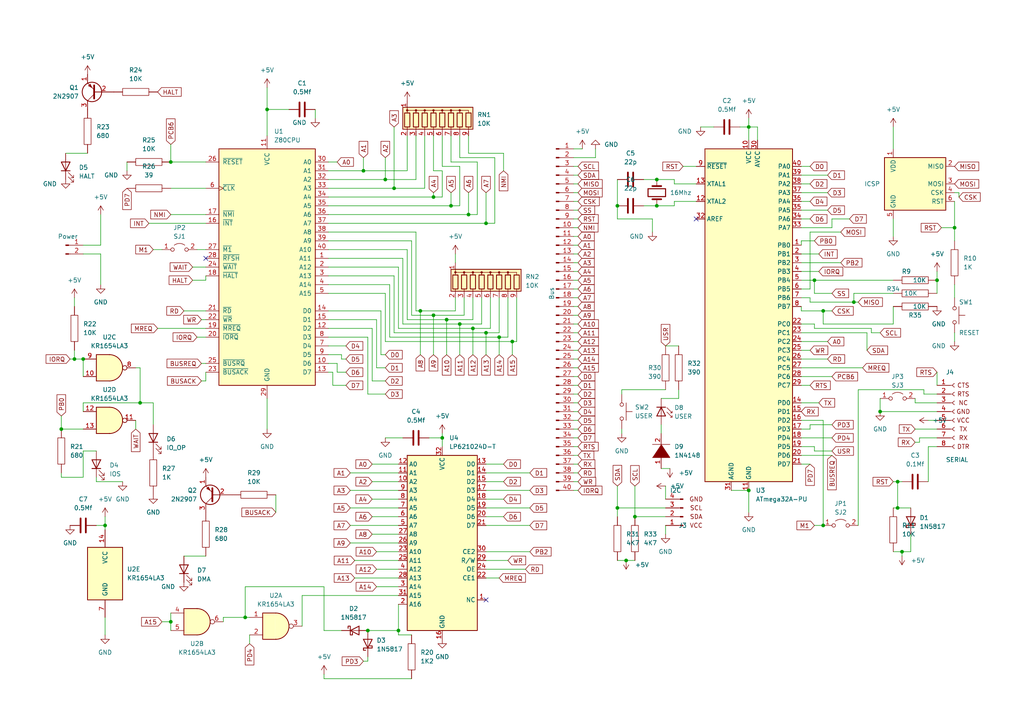
<source format=kicad_sch>
(kicad_sch (version 20211123) (generator eeschema)
  (paper "A4")
  (lib_symbols
    (symbol "74xx:74HC00" (pin_names (offset 1.016))
      (property "Reference" "U" (at 0 1.27 0))
      (property "Value" "74HC00" (at 0 -1.27 0))
      (symbol "74HC00_1_1"
        (pin input line (at -7.62 2.54 0) (length 3.81) (name "~") (number "1"))
        (pin input line (at -7.62 -2.54 0) (length 3.81) (name "~") (number "2"))
        (pin output inverted (at 7.62 0 180) (length 3.81) (name "~") (number "3"))
      )
      (symbol "74HC00_1_2"
        (pin input inverted (at -7.62 2.54 0) (length 4.318) (name "~") (number "1"))
        (pin input inverted (at -7.62 -2.54 0) (length 4.318) (name "~") (number "2"))
        (pin output line (at 7.62 0 180) (length 3.81) (name "~") (number "3"))
      )
      (symbol "74HC00_2_1"
        (pin input line (at -7.62 2.54 0) (length 3.81) (name "~") (number "4"))
        (pin input line (at -7.62 -2.54 0) (length 3.81) (name "~") (number "5"))
        (pin output inverted (at 7.62 0 180) (length 3.81) (name "~") (number "6"))
      )
      (symbol "74HC00_2_2"
        (pin input inverted (at -7.62 2.54 0) (length 4.318) (name "~") (number "4"))
        (pin input inverted (at -7.62 -2.54 0) (length 4.318) (name "~") (number "5"))
        (pin output line (at 7.62 0 180) (length 3.81) (name "~") (number "6"))
      )
      (symbol "74HC00_3_1"
        (pin input line (at -7.62 -2.54 0) (length 3.81) (name "~") (number "10"))
        (pin output inverted (at 7.62 0 180) (length 3.81) (name "~") (number "8"))
        (pin input line (at -7.62 2.54 0) (length 3.81) (name "~") (number "9"))
      )
      (symbol "74HC00_3_2"
        (pin input inverted (at -7.62 -2.54 0) (length 4.318) (name "~") (number "10"))
        (pin output line (at 7.62 0 180) (length 3.81) (name "~") (number "8"))
        (pin input inverted (at -7.62 2.54 0) (length 4.318) (name "~") (number "9"))
      )
      (symbol "74HC00_4_1"
        (pin output inverted (at 7.62 0 180) (length 3.81) (name "~") (number "11"))
        (pin input line (at -7.62 2.54 0) (length 3.81) (name "~") (number "12"))
        (pin input line (at -7.62 -2.54 0) (length 3.81) (name "~") (number "13"))
      )
      (symbol "74HC00_4_2"
        (pin output line (at 7.62 0 180) (length 3.81) (name "~") (number "11"))
        (pin input inverted (at -7.62 2.54 0) (length 4.318) (name "~") (number "12"))
        (pin input inverted (at -7.62 -2.54 0) (length 4.318) (name "~") (number "13"))
      )
      (symbol "74HC00_5_0"
        (pin power_in line (at 0 12.7 270) (length 5.08) (name "VCC") (number "14"))
        (pin power_in line (at 0 -12.7 90) (length 5.08) (name "GND") (number "7"))
      )
    )
    (symbol "CPU:Z80CPU" (pin_names (offset 1.016))
      (property "Reference" "U" (at -13.97 35.56 0))
      (property "Value" "Z80CPU" (at 6.35 35.56 0))
      (symbol "Z80CPU_1_1"
        (pin output line (at 17.78 2.54 180) (length 3.81) (name "A11") (number "1"))
        (pin bidirectional line (at 17.78 -27.94 180) (length 3.81) (name "D6") (number "10"))
        (pin power_in line (at 0 38.1 270) (length 3.81) (name "VCC") (number "11"))
        (pin bidirectional line (at 17.78 -17.78 180) (length 3.81) (name "D2") (number "12"))
        (pin bidirectional line (at 17.78 -30.48 180) (length 3.81) (name "D7") (number "13"))
        (pin bidirectional line (at 17.78 -12.7 180) (length 3.81) (name "D0") (number "14"))
        (pin bidirectional line (at 17.78 -15.24 180) (length 3.81) (name "D1") (number "15"))
        (pin input line (at -17.78 12.7 0) (length 3.81) (name "~{INT}") (number "16"))
        (pin input line (at -17.78 15.24 0) (length 3.81) (name "~{NMI}") (number "17"))
        (pin output line (at -17.78 -2.54 0) (length 3.81) (name "~{HALT}") (number "18"))
        (pin output line (at -17.78 -17.78 0) (length 3.81) (name "~{MREQ}") (number "19"))
        (pin output line (at 17.78 0 180) (length 3.81) (name "A12") (number "2"))
        (pin output line (at -17.78 -20.32 0) (length 3.81) (name "~{IORQ}") (number "20"))
        (pin output line (at -17.78 -12.7 0) (length 3.81) (name "~{RD}") (number "21"))
        (pin output line (at -17.78 -15.24 0) (length 3.81) (name "~{WR}") (number "22"))
        (pin output line (at -17.78 -30.48 0) (length 3.81) (name "~{BUSACK}") (number "23"))
        (pin input line (at -17.78 0 0) (length 3.81) (name "~{WAIT}") (number "24"))
        (pin input line (at -17.78 -27.94 0) (length 3.81) (name "~{BUSRQ}") (number "25"))
        (pin input line (at -17.78 30.48 0) (length 3.81) (name "~{RESET}") (number "26"))
        (pin output line (at -17.78 5.08 0) (length 3.81) (name "~{M1}") (number "27"))
        (pin output line (at -17.78 2.54 0) (length 3.81) (name "~{RFSH}") (number "28"))
        (pin power_in line (at 0 -38.1 90) (length 3.81) (name "GND") (number "29"))
        (pin output line (at 17.78 -2.54 180) (length 3.81) (name "A13") (number "3"))
        (pin output line (at 17.78 30.48 180) (length 3.81) (name "A0") (number "30"))
        (pin output line (at 17.78 27.94 180) (length 3.81) (name "A1") (number "31"))
        (pin output line (at 17.78 25.4 180) (length 3.81) (name "A2") (number "32"))
        (pin output line (at 17.78 22.86 180) (length 3.81) (name "A3") (number "33"))
        (pin output line (at 17.78 20.32 180) (length 3.81) (name "A4") (number "34"))
        (pin output line (at 17.78 17.78 180) (length 3.81) (name "A5") (number "35"))
        (pin output line (at 17.78 15.24 180) (length 3.81) (name "A6") (number "36"))
        (pin output line (at 17.78 12.7 180) (length 3.81) (name "A7") (number "37"))
        (pin output line (at 17.78 10.16 180) (length 3.81) (name "A8") (number "38"))
        (pin output line (at 17.78 7.62 180) (length 3.81) (name "A9") (number "39"))
        (pin output line (at 17.78 -5.08 180) (length 3.81) (name "A14") (number "4"))
        (pin output line (at 17.78 5.08 180) (length 3.81) (name "A10") (number "40"))
        (pin output line (at 17.78 -7.62 180) (length 3.81) (name "A15") (number "5"))
        (pin input clock (at -17.78 22.86 0) (length 3.81) (name "~{CLK}") (number "6"))
        (pin bidirectional line (at 17.78 -22.86 180) (length 3.81) (name "D4") (number "7"))
        (pin bidirectional line (at 17.78 -20.32 180) (length 3.81) (name "D3") (number "8"))
        (pin bidirectional line (at 17.78 -25.4 180) (length 3.81) (name "D5") (number "9"))
      )
    )
    (symbol "Connector:Conn_01x02_Male" (pin_names (offset 1.016) hide)
      (property "Reference" "J" (at 0 2.54 0))
      (property "Value" "Conn_01x02_Male" (at 0 -5.08 0))
      (symbol "Conn_01x02_Male_1_1"
        (pin passive line (at 5.08 0 180) (length 3.81) (name "Pin_1") (number "1"))
        (pin passive line (at 5.08 -2.54 180) (length 3.81) (name "Pin_2") (number "2"))
      )
    )
    (symbol "Connector:Conn_01x04_Male" (pin_names (offset 1.016) hide)
      (property "Reference" "J?" (at 1.27 2.5401 0))
      (property "Value" "I2C" (at 3.81 -7.62 0))
      (symbol "Conn_01x04_Male_0_0"
        (text "GND" (at -3.81 -5.08 0) (effects (font (size 1.27 1.27))))
        (text "SCL" (at -3.81 -2.54 0) (effects (font (size 1.27 1.27))))
        (text "SDA" (at -3.81 0 0) (effects (font (size 1.27 1.27))))
        (text "VCC" (at -3.81 2.54 0) (effects (font (size 1.27 1.27))))
      )
      (symbol "Conn_01x04_Male_1_1"
        (pin passive line (at 5.08 2.54 180) (length 3.81) (name "Pin_1") (number "1"))
        (pin passive line (at 5.08 0 180) (length 3.81) (name "Pin_2") (number "2"))
        (pin passive line (at 5.08 -2.54 180) (length 3.81) (name "Pin_3") (number "3"))
        (pin passive line (at 5.08 -5.08 180) (length 3.81) (name "Pin_4") (number "4"))
      )
    )
    (symbol "Connector:Conn_01x08_Female" (pin_names (offset 1.016) hide)
      (property "Reference" "J4" (at -2.54 11.43 0))
      (property "Value" "SERIAL" (at -2.54 -13.97 0))
      (symbol "Conn_01x08_Female_0_0"
        (text "CTS" (at 2.54 7.62 0) (effects (font (size 1.27 1.27))))
        (text "DTR" (at 2.54 -10.16 0) (effects (font (size 1.27 1.27))))
        (text "GND" (at 2.54 0 0) (effects (font (size 1.27 1.27))))
        (text "NC" (at 2.54 2.54 0) (effects (font (size 1.27 1.27))))
        (text "RTS" (at 2.54 5.08 0) (effects (font (size 1.27 1.27))))
        (text "RX" (at 2.54 -7.62 0) (effects (font (size 1.27 1.27))))
        (text "TX" (at 2.54 -5.08 0) (effects (font (size 1.27 1.27))))
        (text "VCC" (at 2.54 -2.54 0) (effects (font (size 1.27 1.27))))
      )
      (symbol "Conn_01x08_Female_1_1"
        (pin passive line (at -5.08 7.62 0) (length 3.81) (name "Pin_1") (number "1"))
        (pin passive line (at -5.08 5.08 0) (length 3.81) (name "Pin_2") (number "2"))
        (pin passive line (at -5.08 2.54 0) (length 3.81) (name "Pin_3") (number "3"))
        (pin passive line (at -5.08 0 0) (length 3.81) (name "Pin_4") (number "4"))
        (pin passive line (at -5.08 -2.54 0) (length 3.81) (name "Pin_5") (number "5"))
        (pin passive line (at -5.08 -5.08 0) (length 3.81) (name "Pin_6") (number "6"))
        (pin passive line (at -5.08 -7.62 0) (length 3.81) (name "Pin_7") (number "7"))
        (pin passive line (at -5.08 -10.16 0) (length 3.81) (name "Pin_8") (number "8"))
      )
    )
    (symbol "Connector:Conn_01x40_Male" (pin_names (offset 1.016) hide)
      (property "Reference" "J" (at 0 50.8 0))
      (property "Value" "Conn_01x40_Male" (at 0 -53.34 0))
      (symbol "Conn_01x40_Male_1_1"
        (pin passive line (at 5.08 48.26 180) (length 3.81) (name "Pin_1") (number "1"))
        (pin passive line (at 5.08 25.4 180) (length 3.81) (name "Pin_10") (number "10"))
        (pin passive line (at 5.08 22.86 180) (length 3.81) (name "Pin_11") (number "11"))
        (pin passive line (at 5.08 20.32 180) (length 3.81) (name "Pin_12") (number "12"))
        (pin passive line (at 5.08 17.78 180) (length 3.81) (name "Pin_13") (number "13"))
        (pin passive line (at 5.08 15.24 180) (length 3.81) (name "Pin_14") (number "14"))
        (pin passive line (at 5.08 12.7 180) (length 3.81) (name "Pin_15") (number "15"))
        (pin passive line (at 5.08 10.16 180) (length 3.81) (name "Pin_16") (number "16"))
        (pin passive line (at 5.08 7.62 180) (length 3.81) (name "Pin_17") (number "17"))
        (pin passive line (at 5.08 5.08 180) (length 3.81) (name "Pin_18") (number "18"))
        (pin passive line (at 5.08 2.54 180) (length 3.81) (name "Pin_19") (number "19"))
        (pin passive line (at 5.08 45.72 180) (length 3.81) (name "Pin_2") (number "2"))
        (pin passive line (at 5.08 0 180) (length 3.81) (name "Pin_20") (number "20"))
        (pin passive line (at 5.08 -2.54 180) (length 3.81) (name "Pin_21") (number "21"))
        (pin passive line (at 5.08 -5.08 180) (length 3.81) (name "Pin_22") (number "22"))
        (pin passive line (at 5.08 -7.62 180) (length 3.81) (name "Pin_23") (number "23"))
        (pin passive line (at 5.08 -10.16 180) (length 3.81) (name "Pin_24") (number "24"))
        (pin passive line (at 5.08 -12.7 180) (length 3.81) (name "Pin_25") (number "25"))
        (pin passive line (at 5.08 -15.24 180) (length 3.81) (name "Pin_26") (number "26"))
        (pin passive line (at 5.08 -17.78 180) (length 3.81) (name "Pin_27") (number "27"))
        (pin passive line (at 5.08 -20.32 180) (length 3.81) (name "Pin_28") (number "28"))
        (pin passive line (at 5.08 -22.86 180) (length 3.81) (name "Pin_29") (number "29"))
        (pin passive line (at 5.08 43.18 180) (length 3.81) (name "Pin_3") (number "3"))
        (pin passive line (at 5.08 -25.4 180) (length 3.81) (name "Pin_30") (number "30"))
        (pin passive line (at 5.08 -27.94 180) (length 3.81) (name "Pin_31") (number "31"))
        (pin passive line (at 5.08 -30.48 180) (length 3.81) (name "Pin_32") (number "32"))
        (pin passive line (at 5.08 -33.02 180) (length 3.81) (name "Pin_33") (number "33"))
        (pin passive line (at 5.08 -35.56 180) (length 3.81) (name "Pin_34") (number "34"))
        (pin passive line (at 5.08 -38.1 180) (length 3.81) (name "Pin_35") (number "35"))
        (pin passive line (at 5.08 -40.64 180) (length 3.81) (name "Pin_36") (number "36"))
        (pin passive line (at 5.08 -43.18 180) (length 3.81) (name "Pin_37") (number "37"))
        (pin passive line (at 5.08 -45.72 180) (length 3.81) (name "Pin_38") (number "38"))
        (pin passive line (at 5.08 -48.26 180) (length 3.81) (name "Pin_39") (number "39"))
        (pin passive line (at 5.08 40.64 180) (length 3.81) (name "Pin_4") (number "4"))
        (pin passive line (at 5.08 -50.8 180) (length 3.81) (name "Pin_40") (number "40"))
        (pin passive line (at 5.08 38.1 180) (length 3.81) (name "Pin_5") (number "5"))
        (pin passive line (at 5.08 35.56 180) (length 3.81) (name "Pin_6") (number "6"))
        (pin passive line (at 5.08 33.02 180) (length 3.81) (name "Pin_7") (number "7"))
        (pin passive line (at 5.08 30.48 180) (length 3.81) (name "Pin_8") (number "8"))
        (pin passive line (at 5.08 27.94 180) (length 3.81) (name "Pin_9") (number "9"))
      )
    )
    (symbol "Connector:Conn_PIC_ICSP_ICD"
      (property "Value" "ICSP" (at -8.89 0.0001 0))
      (symbol "Conn_PIC_ICSP_ICD_1_1"
        (pin passive line (at -5.08 10.16 270) (length 2.54) (name "VDD") (number "1"))
        (pin passive line (at 12.7 5.08 180) (length 2.54) (name "MISO") (number "2"))
        (pin bidirectional line (at 12.7 0 180) (length 2.54) (name "MOSI") (number "3"))
        (pin output line (at 12.7 -2.54 180) (length 2.54) (name "CSK") (number "4"))
        (pin power_in line (at -5.08 -10.16 90) (length 2.54) (name "GND") (number "5"))
        (pin output line (at 12.7 -5.08 180) (length 2.54) (name "RST") (number "6"))
      )
    )
    (symbol "Device:C" (pin_numbers hide) (pin_names (offset 0.254))
      (property "Reference" "C" (at 0.635 2.54 0))
      (property "Value" "C" (at 0.635 -2.54 0))
      (symbol "C_1_1"
        (pin passive line (at 0 3.81 270) (length 2.794) (name "~") (number "1"))
        (pin passive line (at 0 -3.81 90) (length 2.794) (name "~") (number "2"))
      )
    )
    (symbol "Device:Crystal" (pin_numbers hide) (pin_names (offset 1.016) hide)
      (property "Reference" "Y" (at 0 3.81 0))
      (property "Value" "Crystal" (at 0 -3.81 0))
      (symbol "Crystal_1_1"
        (pin passive line (at -3.81 0 0) (length 1.27) (name "1") (number "1"))
        (pin passive line (at 3.81 0 180) (length 1.27) (name "2") (number "2"))
      )
    )
    (symbol "Device:D_Schottky" (pin_numbers hide) (pin_names (offset 1.016) hide)
      (property "Reference" "D" (at 0 2.54 0))
      (property "Value" "D_Schottky" (at 0 -2.54 0))
      (symbol "D_Schottky_1_1"
        (pin passive line (at -3.81 0 0) (length 2.54) (name "K") (number "1"))
        (pin passive line (at 3.81 0 180) (length 2.54) (name "A") (number "2"))
      )
    )
    (symbol "Device:LED" (pin_numbers hide) (pin_names (offset 1.016) hide)
      (property "Reference" "D" (at 0 2.54 0))
      (property "Value" "LED" (at 0 -2.54 0))
      (symbol "LED_1_1"
        (pin passive line (at -3.81 0 0) (length 2.54) (name "K") (number "1"))
        (pin passive line (at 3.81 0 180) (length 2.54) (name "A") (number "2"))
      )
    )
    (symbol "Device:R_Network08" (pin_names (offset 0) hide)
      (property "Reference" "RN" (at -12.7 0 90))
      (property "Value" "R_Network08" (at 10.16 0 90))
      (symbol "R_Network08_1_1"
        (pin passive line (at -10.16 5.08 270) (length 2.54) (name "common") (number "1"))
        (pin passive line (at -10.16 -5.08 90) (length 1.27) (name "R1") (number "2"))
        (pin passive line (at -7.62 -5.08 90) (length 1.27) (name "R2") (number "3"))
        (pin passive line (at -5.08 -5.08 90) (length 1.27) (name "R3") (number "4"))
        (pin passive line (at -2.54 -5.08 90) (length 1.27) (name "R4") (number "5"))
        (pin passive line (at 0 -5.08 90) (length 1.27) (name "R5") (number "6"))
        (pin passive line (at 2.54 -5.08 90) (length 1.27) (name "R6") (number "7"))
        (pin passive line (at 5.08 -5.08 90) (length 1.27) (name "R7") (number "8"))
        (pin passive line (at 7.62 -5.08 90) (length 1.27) (name "R8") (number "9"))
      )
    )
    (symbol "Jumper:Jumper_2_Open" (pin_names (offset 0) hide)
      (property "Reference" "JP" (at 0 2.794 0))
      (property "Value" "Jumper_2_Open" (at 0 -2.286 0))
      (symbol "Jumper_2_Open_1_1"
        (pin passive line (at -5.08 0 0) (length 2.54) (name "A") (number "1"))
        (pin passive line (at 5.08 0 180) (length 2.54) (name "B") (number "2"))
      )
    )
    (symbol "LED:LD271" (pin_numbers hide) (pin_names (offset 1.016) hide)
      (property "Reference" "D" (at 0.508 1.778 0))
      (property "Value" "LD271" (at -1.016 -2.794 0))
      (symbol "LD271_1_1"
        (pin passive line (at -5.08 0 0) (length 2.54) (name "K") (number "1"))
        (pin passive line (at 2.54 0 180) (length 2.54) (name "A") (number "2"))
      )
    )
    (symbol "MCU_Microchip_ATmega:ATmega32A-P"
      (property "Reference" "U3" (at 2.0194 -50.8 0))
      (property "Value" "ATmega32A-P" (at 2.0194 -53.34 0))
      (symbol "ATmega32A-P_1_1"
        (pin bidirectional line (at 15.24 20.32 180) (length 2.54) (name "PB0") (number "1"))
        (pin power_in line (at 0 50.8 270) (length 2.54) (name "VCC") (number "10"))
        (pin power_in line (at 0 -50.8 90) (length 2.54) (name "GND") (number "11"))
        (pin output line (at -15.24 33.02 0) (length 2.54) (name "XTAL2") (number "12"))
        (pin input line (at -15.24 38.1 0) (length 2.54) (name "XTAL1") (number "13"))
        (pin bidirectional line (at 15.24 -25.4 180) (length 2.54) (name "PD0") (number "14"))
        (pin bidirectional line (at 15.24 -27.94 180) (length 2.54) (name "PD1") (number "15"))
        (pin bidirectional line (at 15.24 -30.48 180) (length 2.54) (name "PD2") (number "16"))
        (pin bidirectional line (at 15.24 -33.02 180) (length 2.54) (name "PD3") (number "17"))
        (pin bidirectional line (at 15.24 -35.56 180) (length 2.54) (name "PD4") (number "18"))
        (pin bidirectional line (at 15.24 -38.1 180) (length 2.54) (name "PD5") (number "19"))
        (pin bidirectional line (at 15.24 17.78 180) (length 2.54) (name "PB1") (number "2"))
        (pin bidirectional line (at 15.24 -40.64 180) (length 2.54) (name "PD6") (number "20"))
        (pin bidirectional line (at 15.24 -43.18 180) (length 2.54) (name "PD7") (number "21"))
        (pin bidirectional line (at 15.24 -2.54 180) (length 2.54) (name "PC0") (number "22"))
        (pin bidirectional line (at 15.24 -5.08 180) (length 2.54) (name "PC1") (number "23"))
        (pin bidirectional line (at 15.24 -7.62 180) (length 2.54) (name "PC2") (number "24"))
        (pin bidirectional line (at 15.24 -10.16 180) (length 2.54) (name "PC3") (number "25"))
        (pin bidirectional line (at 15.24 -12.7 180) (length 2.54) (name "PC4") (number "26"))
        (pin bidirectional line (at 15.24 -15.24 180) (length 2.54) (name "PC5") (number "27"))
        (pin bidirectional line (at 15.24 -17.78 180) (length 2.54) (name "PC6") (number "28"))
        (pin bidirectional line (at 15.24 -20.32 180) (length 2.54) (name "PC7") (number "29"))
        (pin bidirectional line (at 15.24 15.24 180) (length 2.54) (name "PB2") (number "3"))
        (pin power_in line (at 2.54 50.8 270) (length 2.54) (name "AVCC") (number "30"))
        (pin power_in line (at -5.08 -50.8 90) (length 2.54) (name "AGND") (number "31"))
        (pin passive line (at 0 -50.8 90) (length 2.54) hide (name "GND") (number "31"))
        (pin passive line (at -15.24 27.94 0) (length 2.54) (name "AREF") (number "32"))
        (pin bidirectional line (at 15.24 25.4 180) (length 2.54) (name "PA7") (number "33"))
        (pin bidirectional line (at 15.24 27.94 180) (length 2.54) (name "PA6") (number "34"))
        (pin bidirectional line (at 15.24 30.48 180) (length 2.54) (name "PA5") (number "35"))
        (pin bidirectional line (at 15.24 33.02 180) (length 2.54) (name "PA4") (number "36"))
        (pin bidirectional line (at 15.24 35.56 180) (length 2.54) (name "PA3") (number "37"))
        (pin bidirectional line (at 15.24 38.1 180) (length 2.54) (name "PA2") (number "38"))
        (pin bidirectional line (at 15.24 40.64 180) (length 2.54) (name "PA1") (number "39"))
        (pin bidirectional line (at 15.24 12.7 180) (length 2.54) (name "PB3") (number "4"))
        (pin bidirectional line (at 15.24 43.18 180) (length 2.54) (name "PA0") (number "40"))
        (pin bidirectional line (at 15.24 10.16 180) (length 2.54) (name "PB4") (number "5"))
        (pin bidirectional line (at 15.24 7.62 180) (length 2.54) (name "PB5") (number "6"))
        (pin bidirectional line (at 15.24 5.08 180) (length 2.54) (name "PB6") (number "7"))
        (pin bidirectional line (at 15.24 2.54 180) (length 2.54) (name "PB7") (number "8"))
        (pin input line (at -15.24 43.18 0) (length 2.54) (name "~{RESET}") (number "9"))
      )
    )
    (symbol "Memory_RAM:LP271024D-T"
      (property "Reference" "U4" (at 2.0194 30.48 0))
      (property "Value" "LP621024D-T" (at 2.0194 27.94 0))
      (symbol "LP271024D-T_0_0"
        (pin power_in line (at 0 -27.94 90) (length 2.54) (name "GND") (number "16"))
        (pin power_in line (at 0 27.94 270) (length 2.54) (name "VCC") (number "32"))
      )
      (symbol "LP271024D-T_1_1"
        (pin input line (at 12.7 -16.51 180) (length 2.54) (name "NC") (number "1"))
        (pin input line (at -12.7 17.78 0) (length 2.54) (name "A2") (number "10"))
        (pin input line (at -12.7 20.32 0) (length 2.54) (name "A1") (number "11"))
        (pin input line (at -12.7 22.86 0) (length 2.54) (name "A0") (number "12"))
        (pin tri_state line (at 12.7 22.86 180) (length 2.54) (name "D0") (number "13"))
        (pin tri_state line (at 12.7 20.32 180) (length 2.54) (name "D1") (number "14"))
        (pin tri_state line (at 12.7 17.78 180) (length 2.54) (name "D2") (number "15"))
        (pin tri_state line (at 12.7 15.24 180) (length 2.54) (name "D3") (number "17"))
        (pin tri_state line (at 12.7 12.7 180) (length 2.54) (name "D4") (number "18"))
        (pin tri_state line (at 12.7 10.16 180) (length 2.54) (name "D5") (number "19"))
        (pin input line (at -12.7 -17.78 0) (length 2.54) (name "A16") (number "2"))
        (pin tri_state line (at 12.7 7.62 180) (length 2.54) (name "D6") (number "20"))
        (pin tri_state line (at 12.7 5.08 180) (length 2.54) (name "D7") (number "21"))
        (pin input line (at 12.7 -10.16 180) (length 2.54) (name "CE1") (number "22"))
        (pin input line (at -12.7 -2.54 0) (length 2.54) (name "A10") (number "23"))
        (pin input line (at 12.7 -7.62 180) (length 2.54) (name "OE") (number "24"))
        (pin input line (at -12.7 -5.08 0) (length 2.54) (name "A11") (number "25"))
        (pin input line (at -12.7 0 0) (length 2.54) (name "A9") (number "26"))
        (pin input line (at -12.7 2.54 0) (length 2.54) (name "A8") (number "27"))
        (pin input line (at -12.7 -10.16 0) (length 2.54) (name "A13") (number "28"))
        (pin input line (at 12.7 -5.08 180) (length 2.54) (name "R/W") (number "29"))
        (pin input line (at -12.7 -12.7 0) (length 2.54) (name "A14") (number "3"))
        (pin input line (at 12.7 -2.54 180) (length 2.54) (name "CE2") (number "30"))
        (pin input line (at -12.7 -15.24 0) (length 2.54) (name "A15") (number "31"))
        (pin input line (at -12.7 -7.62 0) (length 2.54) (name "A12") (number "4"))
        (pin input line (at -12.7 5.08 0) (length 2.54) (name "A7") (number "5"))
        (pin input line (at -12.7 7.62 0) (length 2.54) (name "A6") (number "6"))
        (pin input line (at -12.7 10.16 0) (length 2.54) (name "A5") (number "7"))
        (pin input line (at -12.7 12.7 0) (length 2.54) (name "A4") (number "8"))
        (pin input line (at -12.7 15.24 0) (length 2.54) (name "A3") (number "9"))
      )
    )
    (symbol "Switch:SW_Push" (pin_numbers hide) (pin_names (offset 1.016) hide)
      (property "Reference" "SW" (at 1.27 2.54 0))
      (property "Value" "SW_Push" (at 0 -1.524 0))
      (symbol "SW_Push_0_1"
        (pin passive line (at -5.08 0 0) (length 2.54) (name "1") (number "1"))
        (pin passive line (at 5.08 0 180) (length 2.54) (name "2") (number "2"))
      )
    )
    (symbol "Transistor_BJT:2N2907" (pin_names (offset 0) hide)
      (property "Reference" "Q?" (at 3.81 -1.2701 0))
      (property "Value" "2N2907" (at 3.81 1.2699 0))
      (symbol "2N2907_1_1"
        (pin passive line (at -3.81 5.08 270) (length 2.54) (name "E") (number "1"))
        (pin input line (at 3.81 0 180) (length 5.715) (name "B") (number "2"))
        (pin passive line (at -3.81 -5.08 90) (length 2.54) (name "C") (number "3"))
      )
    )
    (symbol "power:+5V" (power) (pin_names (offset 0))
      (property "Value" "+5V" (at 0 3.556 0))
      (symbol "+5V_1_1"
        (pin power_in line (at 0 0 90) (length 0) hide (name "+5V") (number "1"))
      )
    )
    (symbol "power:GND" (power) (pin_names (offset 0))
      (property "Value" "GND" (at 0 -3.81 0))
      (symbol "GND_1_1"
        (pin power_in line (at 0 0 270) (length 0) hide (name "GND") (number "1"))
      )
    )
    (symbol "pspice:DIODE" (pin_names (offset 1.016) hide)
      (property "Reference" "D" (at 0 3.81 0))
      (property "Value" "DIODE" (at 0 -4.445 0))
      (symbol "DIODE_1_1"
        (pin input line (at -5.08 0 0) (length 3.81) (name "K") (number "1"))
        (pin input line (at 5.08 0 180) (length 3.81) (name "A") (number "2"))
      )
    )
    (symbol "pspice:R" (pin_numbers hide) (pin_names (offset 0))
      (property "Reference" "R" (at 2.032 0 90))
      (property "Value" "R" (at 0 0 90))
      (symbol "R_1_1"
        (pin passive line (at 0 6.35 270) (length 2.54) (name "~") (number "1"))
        (pin passive line (at 0 -6.35 90) (length 2.54) (name "~") (number "2"))
      )
    )
  )
  (junction (at 24.13 104.14))
  (junction (at 128.27 127))
  (junction (at 140.97 64.77))
  (junction (at 179.07 147.32))
  (junction (at 125.73 57.15))
  (junction (at 115.57 182.88))
  (junction (at 238.76 152.4))
  (junction (at 260.35 139.7))
  (junction (at 114.3 54.61))
  (junction (at 49.53 46.99))
  (junction (at 77.47 31.75))
  (junction (at 181.61 162.56))
  (junction (at 144.78 97.79))
  (junction (at 17.78 124.46))
  (junction (at 106.68 182.88))
  (junction (at 238.76 90.17))
  (junction (at 125.73 91.44))
  (junction (at 135.89 62.23))
  (junction (at 40.64 116.84))
  (junction (at 30.48 152.4))
  (junction (at 49.53 180.34))
  (junction (at 184.15 149.86))
  (junction (at 148.59 99.06))
  (junction (at 111.76 52.07))
  (junction (at 190.5 52.07))
  (junction (at 121.92 90.17))
  (junction (at 217.17 36.83))
  (junction (at 236.22 81.28))
  (junction (at 130.81 59.69))
  (junction (at 140.97 96.52))
  (junction (at 261.62 160.02))
  (junction (at 105.41 49.53))
  (junction (at 133.35 93.98))
  (junction (at 179.07 59.69))
  (junction (at 271.78 81.28))
  (junction (at 129.54 92.71))
  (junction (at 260.35 147.32))
  (junction (at 247.65 87.63))
  (junction (at 21.59 104.14))
  (junction (at 255.27 119.38))
  (junction (at 71.12 179.07))
  (junction (at 137.16 95.25))
  (junction (at 276.86 66.04))
  (junction (at 190.5 59.69))
  (junction (at 217.17 142.24))
  (no_connect (at 201.93 63.5))
  (no_connect (at 59.69 74.93))
  (no_connect (at 140.97 173.99))
  (wire (pts (xy 166.37 53.34) (xy 167.64 53.34)))
  (wire (pts (xy 55.88 77.47) (xy 59.69 77.47)))
  (wire (pts (xy 71.12 179.07) (xy 72.39 179.07)))
  (wire (pts (xy 252.73 95.25) (xy 236.22 95.25)))
  (wire (pts (xy 166.37 96.52) (xy 167.64 96.52)))
  (wire (pts (xy 166.37 119.38) (xy 167.64 119.38)))
  (wire (pts (xy 97.79 107.95) (xy 97.79 105.41)))
  (wire (pts (xy 95.25 49.53) (xy 105.41 49.53)))
  (wire (pts (xy 99.06 104.14) (xy 99.06 102.87)))
  (wire (pts (xy 146.05 44.45) (xy 135.89 44.45)))
  (wire (pts (xy 130.81 46.99) (xy 138.43 46.99)))
  (wire (pts (xy 191.77 123.19) (xy 191.77 125.73)))
  (wire (pts (xy 255.27 115.57) (xy 255.27 119.38)))
  (wire (pts (xy 232.41 111.76) (xy 234.95 111.76)))
  (wire (pts (xy 259.08 85.09) (xy 247.65 85.09)))
  (wire (pts (xy 105.41 49.53) (xy 118.11 49.53)))
  (wire (pts (xy 100.33 104.14) (xy 99.06 104.14)))
  (wire (pts (xy 111.76 114.3) (xy 106.68 114.3)))
  (wire (pts (xy 260.35 147.32) (xy 260.35 139.7)))
  (wire (pts (xy 140.97 160.02) (xy 153.67 160.02)))
  (wire (pts (xy 196.85 115.57) (xy 191.77 115.57)))
  (wire (pts (xy 232.41 76.2) (xy 243.84 76.2)))
  (wire (pts (xy 260.35 147.32) (xy 264.16 147.32)))
  (wire (pts (xy 241.3 90.17) (xy 238.76 90.17)))
  (wire (pts (xy 236.22 69.85) (xy 232.41 69.85)))
  (wire (pts (xy 39.37 106.68) (xy 40.64 106.68)))
  (wire (pts (xy 232.41 104.14) (xy 240.03 104.14)))
  (wire (pts (xy 144.78 96.52) (xy 140.97 96.52)))
  (wire (pts (xy 120.65 39.37) (xy 120.65 52.07)))
  (wire (pts (xy 106.68 191.77) (xy 106.68 190.5)))
  (wire (pts (xy 179.07 140.97) (xy 179.07 147.32)))
  (wire (pts (xy 267.97 113.03) (xy 267.97 114.3)))
  (wire (pts (xy 97.79 105.41) (xy 95.25 105.41)))
  (wire (pts (xy 214.63 36.83) (xy 217.17 36.83)))
  (wire (pts (xy 255.27 96.52) (xy 252.73 96.52)))
  (wire (pts (xy 55.88 81.28) (xy 59.69 81.28)))
  (wire (pts (xy 236.22 93.98) (xy 232.41 93.98)))
  (wire (pts (xy 260.35 139.7) (xy 261.62 139.7)))
  (wire (pts (xy 116.84 93.98) (xy 116.84 74.93)))
  (wire (pts (xy 137.16 86.36) (xy 137.16 92.71)))
  (wire (pts (xy 128.27 125.73) (xy 128.27 127)))
  (wire (pts (xy 132.08 73.66) (xy 132.08 76.2)))
  (wire (pts (xy 232.41 58.42) (xy 234.95 58.42)))
  (wire (pts (xy 107.95 110.49) (xy 107.95 95.25)))
  (wire (pts (xy 179.07 162.56) (xy 181.61 162.56)))
  (wire (pts (xy 125.73 55.88) (xy 125.73 57.15)))
  (wire (pts (xy 266.7 128.27) (xy 265.43 128.27)))
  (wire (pts (xy 120.65 90.17) (xy 120.65 67.31)))
  (wire (pts (xy 259.08 36.83) (xy 259.08 43.18)))
  (wire (pts (xy 259.08 93.98) (xy 238.76 93.98)))
  (wire (pts (xy 267.97 114.3) (xy 271.78 114.3)))
  (wire (pts (xy 212.09 142.24) (xy 217.17 142.24)))
  (wire (pts (xy 232.41 60.96) (xy 240.03 60.96)))
  (wire (pts (xy 276.86 66.04) (xy 276.86 58.42)))
  (wire (pts (xy 95.25 77.47) (xy 115.57 77.47)))
  (wire (pts (xy 232.41 78.74) (xy 237.49 78.74)))
  (wire (pts (xy 180.34 113.03) (xy 180.34 114.3)))
  (wire (pts (xy 99.06 102.87) (xy 95.25 102.87)))
  (wire (pts (xy 115.57 182.88) (xy 115.57 184.15)))
  (wire (pts (xy 184.15 149.86) (xy 193.04 149.86)))
  (wire (pts (xy 137.16 95.25) (xy 115.57 95.25)))
  (wire (pts (xy 100.33 107.95) (xy 97.79 107.95)))
  (wire (pts (xy 265.43 116.84) (xy 265.43 115.57)))
  (wire (pts (xy 106.68 114.3) (xy 106.68 97.79)))
  (wire (pts (xy 232.41 48.26) (xy 234.95 48.26)))
  (wire (pts (xy 193.04 100.33) (xy 196.85 100.33)))
  (wire (pts (xy 148.59 99.06) (xy 148.59 102.87)))
  (wire (pts (xy 251.46 101.6) (xy 251.46 96.52)))
  (wire (pts (xy 139.7 93.98) (xy 133.35 93.98)))
  (wire (pts (xy 232.41 99.06) (xy 240.03 99.06)))
  (wire (pts (xy 128.27 127) (xy 128.27 129.54)))
  (wire (pts (xy 110.49 102.87) (xy 110.49 90.17)))
  (wire (pts (xy 135.89 55.88) (xy 135.89 62.23)))
  (wire (pts (xy 184.15 140.97) (xy 184.15 149.86)))
  (wire (pts (xy 166.37 73.66) (xy 167.64 73.66)))
  (wire (pts (xy 147.32 86.36) (xy 147.32 97.79)))
  (wire (pts (xy 166.37 104.14) (xy 167.64 104.14)))
  (wire (pts (xy 119.38 184.15) (xy 115.57 184.15)))
  (wire (pts (xy 107.95 95.25) (xy 95.25 95.25)))
  (wire (pts (xy 111.76 85.09) (xy 95.25 85.09)))
  (wire (pts (xy 232.41 81.28) (xy 236.22 81.28)))
  (wire (pts (xy 128.27 39.37) (xy 128.27 48.26)))
  (wire (pts (xy 142.24 86.36) (xy 142.24 95.25)))
  (wire (pts (xy 107.95 144.78) (xy 115.57 144.78)))
  (wire (pts (xy 17.78 120.65) (xy 17.78 124.46)))
  (wire (pts (xy 87.63 172.72) (xy 87.63 181.61)))
  (wire (pts (xy 138.43 62.23) (xy 135.89 62.23)))
  (wire (pts (xy 195.58 59.69) (xy 190.5 59.69)))
  (wire (pts (xy 143.51 45.72) (xy 143.51 64.77)))
  (wire (pts (xy 120.65 67.31) (xy 95.25 67.31)))
  (wire (pts (xy 144.78 97.79) (xy 113.03 97.79)))
  (wire (pts (xy 238.76 90.17) (xy 232.41 90.17)))
  (wire (pts (xy 77.47 115.57) (xy 77.47 124.46)))
  (wire (pts (xy 119.38 196.85) (xy 93.98 196.85)))
  (wire (pts (xy 115.57 95.25) (xy 115.57 77.47)))
  (wire (pts (xy 30.48 152.4) (xy 30.48 153.67)))
  (wire (pts (xy 255.27 119.38) (xy 271.78 119.38)))
  (wire (pts (xy 166.37 81.28) (xy 167.64 81.28)))
  (wire (pts (xy 128.27 57.15) (xy 125.73 57.15)))
  (wire (pts (xy 241.3 123.19) (xy 234.95 123.19)))
  (wire (pts (xy 24.13 138.43) (xy 24.13 130.81)))
  (wire (pts (xy 77.47 31.75) (xy 83.82 31.75)))
  (wire (pts (xy 201.93 58.42) (xy 195.58 58.42)))
  (wire (pts (xy 106.68 182.88) (xy 115.57 182.88)))
  (wire (pts (xy 125.73 49.53) (xy 128.27 49.53)))
  (wire (pts (xy 140.97 152.4) (xy 153.67 152.4)))
  (wire (pts (xy 101.6 147.32) (xy 115.57 147.32)))
  (wire (pts (xy 49.53 62.23) (xy 59.69 62.23)))
  (wire (pts (xy 189.23 63.5) (xy 179.07 63.5)))
  (wire (pts (xy 232.41 69.85) (xy 232.41 71.12)))
  (wire (pts (xy 125.73 39.37) (xy 125.73 49.53)))
  (wire (pts (xy 59.69 110.49) (xy 59.69 107.95)))
  (wire (pts (xy 232.41 50.8) (xy 240.03 50.8)))
  (wire (pts (xy 232.41 109.22) (xy 241.3 109.22)))
  (wire (pts (xy 236.22 129.54) (xy 232.41 129.54)))
  (wire (pts (xy 271.78 81.28) (xy 271.78 85.09)))
  (wire (pts (xy 71.12 170.18) (xy 71.12 179.07)))
  (wire (pts (xy 232.41 101.6) (xy 234.95 101.6)))
  (wire (pts (xy 278.13 55.88) (xy 276.86 55.88)))
  (wire (pts (xy 21.59 101.6) (xy 21.59 104.14)))
  (wire (pts (xy 198.12 48.26) (xy 201.93 48.26)))
  (wire (pts (xy 128.27 48.26) (xy 133.35 48.26)))
  (wire (pts (xy 181.61 162.56) (xy 184.15 162.56)))
  (wire (pts (xy 166.37 58.42) (xy 167.64 58.42)))
  (wire (pts (xy 234.95 124.46) (xy 232.41 124.46)))
  (wire (pts (xy 193.04 140.97) (xy 193.04 144.78)))
  (wire (pts (xy 140.97 55.88) (xy 140.97 64.77)))
  (wire (pts (xy 133.35 48.26) (xy 133.35 59.69)))
  (wire (pts (xy 24.13 73.66) (xy 29.21 73.66)))
  (wire (pts (xy 166.37 139.7) (xy 167.64 139.7)))
  (wire (pts (xy 232.41 116.84) (xy 237.49 116.84)))
  (wire (pts (xy 95.25 100.33) (xy 100.33 100.33)))
  (wire (pts (xy 120.65 52.07) (xy 111.76 52.07)))
  (wire (pts (xy 140.97 96.52) (xy 114.3 96.52)))
  (wire (pts (xy 29.21 71.12) (xy 24.13 71.12)))
  (wire (pts (xy 107.95 134.62) (xy 115.57 134.62)))
  (wire (pts (xy 27.94 152.4) (xy 30.48 152.4)))
  (wire (pts (xy 58.42 110.49) (xy 59.69 110.49)))
  (wire (pts (xy 115.57 172.72) (xy 87.63 172.72)))
  (wire (pts (xy 44.45 72.39) (xy 46.99 72.39)))
  (wire (pts (xy 111.76 127) (xy 116.84 127)))
  (wire (pts (xy 195.58 58.42) (xy 195.58 59.69)))
  (wire (pts (xy 232.41 106.68) (xy 250.19 106.68)))
  (wire (pts (xy 232.41 66.04) (xy 241.3 66.04)))
  (wire (pts (xy 271.78 78.74) (xy 271.78 81.28)))
  (wire (pts (xy 166.37 93.98) (xy 167.64 93.98)))
  (wire (pts (xy 166.37 101.6) (xy 167.64 101.6)))
  (wire (pts (xy 64.77 179.07) (xy 71.12 179.07)))
  (wire (pts (xy 72.39 184.15) (xy 72.39 186.69)))
  (wire (pts (xy 45.72 95.25) (xy 59.69 95.25)))
  (wire (pts (xy 269.24 129.54) (xy 271.78 129.54)))
  (wire (pts (xy 166.37 132.08) (xy 167.64 132.08)))
  (wire (pts (xy 247.65 87.63) (xy 234.95 87.63)))
  (wire (pts (xy 166.37 55.88) (xy 167.64 55.88)))
  (wire (pts (xy 100.33 111.76) (xy 96.52 111.76)))
  (wire (pts (xy 95.25 107.95) (xy 96.52 107.95)))
  (wire (pts (xy 259.08 160.02) (xy 261.62 160.02)))
  (wire (pts (xy 166.37 114.3) (xy 167.64 114.3)))
  (wire (pts (xy 111.76 102.87) (xy 110.49 102.87)))
  (wire (pts (xy 57.15 72.39) (xy 59.69 72.39)))
  (wire (pts (xy 195.58 52.07) (xy 190.5 52.07)))
  (wire (pts (xy 109.22 160.02) (xy 115.57 160.02)))
  (wire (pts (xy 17.78 138.43) (xy 24.13 138.43)))
  (wire (pts (xy 166.37 60.96) (xy 167.64 60.96)))
  (wire (pts (xy 166.37 116.84) (xy 167.64 116.84)))
  (wire (pts (xy 40.64 116.84) (xy 24.13 116.84)))
  (wire (pts (xy 191.77 135.89) (xy 194.31 135.89)))
  (wire (pts (xy 166.37 43.18) (xy 168.91 43.18)))
  (wire (pts (xy 166.37 48.26) (xy 167.64 48.26)))
  (wire (pts (xy 30.48 179.07) (xy 30.48 184.15)))
  (wire (pts (xy 166.37 134.62) (xy 167.64 134.62)))
  (wire (pts (xy 101.6 137.16) (xy 115.57 137.16)))
  (wire (pts (xy 17.78 137.16) (xy 17.78 138.43)))
  (wire (pts (xy 130.81 59.69) (xy 95.25 59.69)))
  (wire (pts (xy 186.69 52.07) (xy 190.5 52.07)))
  (wire (pts (xy 20.32 104.14) (xy 21.59 104.14)))
  (wire (pts (xy 195.58 53.34) (xy 195.58 52.07)))
  (wire (pts (xy 166.37 91.44) (xy 167.64 91.44)))
  (wire (pts (xy 49.53 180.34) (xy 49.53 182.88)))
  (wire (pts (xy 271.78 127) (xy 266.7 127)))
  (wire (pts (xy 149.86 86.36) (xy 149.86 99.06)))
  (wire (pts (xy 189.23 67.31) (xy 189.23 63.5)))
  (wire (pts (xy 147.32 97.79) (xy 144.78 97.79)))
  (wire (pts (xy 58.42 92.71) (xy 59.69 92.71)))
  (wire (pts (xy 137.16 95.25) (xy 137.16 102.87)))
  (wire (pts (xy 261.62 160.02) (xy 261.62 161.29)))
  (wire (pts (xy 35.56 139.7) (xy 27.94 139.7)))
  (wire (pts (xy 43.18 64.77) (xy 59.69 64.77)))
  (wire (pts (xy 24.13 130.81) (xy 27.94 130.81)))
  (wire (pts (xy 118.11 39.37) (xy 118.11 49.53)))
  (wire (pts (xy 132.08 90.17) (xy 121.92 90.17)))
  (wire (pts (xy 17.78 124.46) (xy 24.13 124.46)))
  (wire (pts (xy 179.07 147.32) (xy 179.07 149.86)))
  (wire (pts (xy 27.94 139.7) (xy 27.94 138.43)))
  (wire (pts (xy 248.92 87.63) (xy 247.65 87.63)))
  (wire (pts (xy 166.37 124.46) (xy 167.64 124.46)))
  (wire (pts (xy 140.97 137.16) (xy 153.67 137.16)))
  (wire (pts (xy 166.37 109.22) (xy 167.64 109.22)))
  (wire (pts (xy 114.3 96.52) (xy 114.3 80.01)))
  (wire (pts (xy 259.08 81.28) (xy 236.22 81.28)))
  (wire (pts (xy 232.41 63.5) (xy 234.95 63.5)))
  (wire (pts (xy 238.76 93.98) (xy 238.76 90.17)))
  (wire (pts (xy 140.97 142.24) (xy 153.67 142.24)))
  (wire (pts (xy 140.97 96.52) (xy 140.97 102.87)))
  (wire (pts (xy 232.41 53.34) (xy 234.95 53.34)))
  (wire (pts (xy 193.04 113.03) (xy 180.34 113.03)))
  (wire (pts (xy 130.81 55.88) (xy 130.81 59.69)))
  (wire (pts (xy 111.76 99.06) (xy 111.76 85.09)))
  (wire (pts (xy 134.62 91.44) (xy 125.73 91.44)))
  (wire (pts (xy 140.97 149.86) (xy 146.05 149.86)))
  (wire (pts (xy 166.37 68.58) (xy 167.64 68.58)))
  (wire (pts (xy 109.22 170.18) (xy 115.57 170.18)))
  (wire (pts (xy 217.17 142.24) (xy 217.17 148.59)))
  (wire (pts (xy 259.08 63.5) (xy 259.08 68.58)))
  (wire (pts (xy 234.95 86.36) (xy 232.41 86.36)))
  (wire (pts (xy 236.22 130.81) (xy 236.22 129.54)))
  (wire (pts (xy 121.92 90.17) (xy 121.92 102.87)))
  (wire (pts (xy 265.43 124.46) (xy 271.78 124.46)))
  (wire (pts (xy 276.86 66.04) (xy 276.86 69.85)))
  (wire (pts (xy 259.08 147.32) (xy 260.35 147.32)))
  (wire (pts (xy 125.73 57.15) (xy 95.25 57.15)))
  (wire (pts (xy 111.76 106.68) (xy 109.22 106.68)))
  (wire (pts (xy 101.6 157.48) (xy 115.57 157.48)))
  (wire (pts (xy 140.97 139.7) (xy 146.05 139.7)))
  (wire (pts (xy 96.52 111.76) (xy 96.52 107.95)))
  (wire (pts (xy 95.25 54.61) (xy 114.3 54.61)))
  (wire (pts (xy 135.89 62.23) (xy 95.25 62.23)))
  (wire (pts (xy 166.37 137.16) (xy 167.64 137.16)))
  (wire (pts (xy 133.35 93.98) (xy 133.35 102.87)))
  (wire (pts (xy 252.73 96.52) (xy 252.73 95.25)))
  (wire (pts (xy 166.37 71.12) (xy 167.64 71.12)))
  (wire (pts (xy 232.41 83.82) (xy 234.95 83.82)))
  (wire (pts (xy 106.68 97.79) (xy 95.25 97.79)))
  (wire (pts (xy 49.53 46.99) (xy 59.69 46.99)))
  (wire (pts (xy 193.04 152.4) (xy 193.04 154.94)))
  (wire (pts (xy 44.45 116.84) (xy 40.64 116.84)))
  (wire (pts (xy 234.95 67.31) (xy 234.95 83.82)))
  (wire (pts (xy 243.84 67.31) (xy 234.95 67.31)))
  (wire (pts (xy 109.22 165.1) (xy 115.57 165.1)))
  (wire (pts (xy 172.72 45.72) (xy 166.37 45.72)))
  (wire (pts (xy 241.3 85.09) (xy 236.22 85.09)))
  (wire (pts (xy 232.41 121.92) (xy 238.76 121.92)))
  (wire (pts (xy 251.46 96.52) (xy 232.41 96.52)))
  (wire (pts (xy 102.87 162.56) (xy 115.57 162.56)))
  (wire (pts (xy 119.38 69.85) (xy 95.25 69.85)))
  (wire (pts (xy 140.97 165.1) (xy 152.4 165.1)))
  (wire (pts (xy 58.42 105.41) (xy 59.69 105.41)))
  (wire (pts (xy 236.22 85.09) (xy 236.22 81.28)))
  (wire (pts (xy 29.21 62.23) (xy 29.21 71.12)))
  (wire (pts (xy 186.69 59.69) (xy 190.5 59.69)))
  (wire (pts (xy 166.37 50.8) (xy 167.64 50.8)))
  (wire (pts (xy 232.41 90.17) (xy 232.41 88.9)))
  (wire (pts (xy 144.78 86.36) (xy 144.78 96.52)))
  (wire (pts (xy 46.99 180.34) (xy 49.53 180.34)))
  (wire (pts (xy 217.17 34.29) (xy 217.17 36.83)))
  (wire (pts (xy 234.95 123.19) (xy 234.95 124.46)))
  (wire (pts (xy 232.41 132.08) (xy 241.3 132.08)))
  (wire (pts (xy 166.37 76.2) (xy 167.64 76.2)))
  (wire (pts (xy 64.77 180.34) (xy 64.77 179.07)))
  (wire (pts (xy 80.01 143.51) (xy 80.01 148.59)))
  (wire (pts (xy 166.37 99.06) (xy 167.64 99.06)))
  (wire (pts (xy 109.22 106.68) (xy 109.22 92.71)))
  (wire (pts (xy 133.35 59.69) (xy 130.81 59.69)))
  (wire (pts (xy 24.13 104.14) (xy 24.13 109.22)))
  (wire (pts (xy 132.08 86.36) (xy 132.08 90.17)))
  (wire (pts (xy 57.15 97.79) (xy 59.69 97.79)))
  (wire (pts (xy 128.27 49.53) (xy 128.27 57.15)))
  (wire (pts (xy 271.78 107.95) (xy 271.78 111.76)))
  (wire (pts (xy 135.89 44.45) (xy 135.89 39.37)))
  (wire (pts (xy 166.37 142.24) (xy 167.64 142.24)))
  (wire (pts (xy 273.05 66.04) (xy 276.86 66.04)))
  (wire (pts (xy 203.2 36.83) (xy 207.01 36.83)))
  (wire (pts (xy 125.73 91.44) (xy 125.73 102.87)))
  (wire (pts (xy 172.72 43.18) (xy 172.72 45.72)))
  (wire (pts (xy 137.16 92.71) (xy 129.54 92.71)))
  (wire (pts (xy 232.41 55.88) (xy 240.03 55.88)))
  (wire (pts (xy 107.95 139.7) (xy 115.57 139.7)))
  (wire (pts (xy 49.53 41.91) (xy 49.53 46.99)))
  (wire (pts (xy 36.83 46.99) (xy 36.83 49.53)))
  (wire (pts (xy 179.07 52.07) (xy 179.07 59.69)))
  (wire (pts (xy 125.73 91.44) (xy 119.38 91.44)))
  (wire (pts (xy 248.92 113.03) (xy 267.97 113.03)))
  (wire (pts (xy 149.86 99.06) (xy 148.59 99.06)))
  (wire (pts (xy 241.3 130.81) (xy 236.22 130.81)))
  (wire (pts (xy 119.38 91.44) (xy 119.38 69.85)))
  (wire (pts (xy 44.45 123.19) (xy 44.45 116.84)))
  (wire (pts (xy 133.35 93.98) (xy 116.84 93.98)))
  (wire (pts (xy 261.62 160.02) (xy 264.16 160.02)))
  (wire (pts (xy 133.35 45.72) (xy 143.51 45.72)))
  (wire (pts (xy 118.11 72.39) (xy 95.25 72.39)))
  (wire (pts (xy 116.84 74.93) (xy 95.25 74.93)))
  (wire (pts (xy 232.41 134.62) (xy 234.95 134.62)))
  (wire (pts (xy 49.53 177.8) (xy 49.53 180.34)))
  (wire (pts (xy 102.87 167.64) (xy 115.57 167.64)))
  (wire (pts (xy 247.65 85.09) (xy 247.65 87.63)))
  (wire (pts (xy 276.86 82.55) (xy 276.86 86.36)))
  (wire (pts (xy 121.92 90.17) (xy 120.65 90.17)))
  (wire (pts (xy 95.25 52.07) (xy 111.76 52.07)))
  (wire (pts (xy 140.97 162.56) (xy 147.32 162.56)))
  (wire (pts (xy 30.48 149.86) (xy 30.48 152.4)))
  (wire (pts (xy 219.71 40.64) (xy 219.71 36.83)))
  (wire (pts (xy 95.25 46.99) (xy 97.79 46.99)))
  (wire (pts (xy 248.92 152.4) (xy 248.92 113.03)))
  (wire (pts (xy 196.85 113.03) (xy 196.85 115.57)))
  (wire (pts (xy 166.37 86.36) (xy 167.64 86.36)))
  (wire (pts (xy 39.37 121.92) (xy 39.37 124.46)))
  (wire (pts (xy 93.98 196.85) (xy 93.98 195.58)))
  (wire (pts (xy 138.43 46.99) (xy 138.43 62.23)))
  (wire (pts (xy 123.19 54.61) (xy 114.3 54.61)))
  (wire (pts (xy 101.6 142.24) (xy 115.57 142.24)))
  (wire (pts (xy 236.22 95.25) (xy 236.22 93.98)))
  (wire (pts (xy 142.24 95.25) (xy 137.16 95.25)))
  (wire (pts (xy 91.44 31.75) (xy 91.44 34.29)))
  (wire (pts (xy 49.53 54.61) (xy 59.69 54.61)))
  (wire (pts (xy 232.41 127) (xy 241.3 127)))
  (wire (pts (xy 146.05 49.53) (xy 146.05 44.45)))
  (wire (pts (xy 166.37 121.92) (xy 167.64 121.92)))
  (wire (pts (xy 276.86 96.52) (xy 276.86 99.06)))
  (wire (pts (xy 53.34 161.29) (xy 59.69 161.29)))
  (wire (pts (xy 232.41 73.66) (xy 237.49 73.66)))
  (wire (pts (xy 101.6 152.4) (xy 115.57 152.4)))
  (wire (pts (xy 111.76 45.72) (xy 111.76 52.07)))
  (wire (pts (xy 105.41 45.72) (xy 105.41 49.53)))
  (wire (pts (xy 269.24 121.92) (xy 271.78 121.92)))
  (wire (pts (xy 139.7 86.36) (xy 139.7 93.98)))
  (wire (pts (xy 114.3 36.83) (xy 114.3 54.61)))
  (wire (pts (xy 166.37 83.82) (xy 167.64 83.82)))
  (wire (pts (xy 140.97 144.78) (xy 146.05 144.78)))
  (wire (pts (xy 29.21 73.66) (xy 29.21 82.55)))
  (wire (pts (xy 130.81 39.37) (xy 130.81 46.99)))
  (wire (pts (xy 77.47 31.75) (xy 77.47 39.37)))
  (wire (pts (xy 113.03 82.55) (xy 95.25 82.55)))
  (wire (pts (xy 140.97 147.32) (xy 153.67 147.32)))
  (wire (pts (xy 259.08 88.9) (xy 259.08 93.98)))
  (wire (pts (xy 105.41 191.77) (xy 106.68 191.77)))
  (wire (pts (xy 77.47 25.4) (xy 77.47 31.75)))
  (wire (pts (xy 236.22 152.4) (xy 238.76 152.4)))
  (wire (pts (xy 193.04 147.32) (xy 179.07 147.32)))
  (wire (pts (xy 180.34 124.46) (xy 180.34 125.73)))
  (wire (pts (xy 19.05 44.45) (xy 25.4 44.45)))
  (wire (pts (xy 166.37 106.68) (xy 167.64 106.68)))
  (wire (pts (xy 59.69 81.28) (xy 59.69 80.01)))
  (wire (pts (xy 21.59 104.14) (xy 24.13 104.14)))
  (wire (pts (xy 166.37 78.74) (xy 167.64 78.74)))
  (wire (pts (xy 109.22 92.71) (xy 95.25 92.71)))
  (wire (pts (xy 115.57 182.88) (xy 115.57 175.26)))
  (wire (pts (xy 246.38 63.5) (xy 241.3 63.5)))
  (wire (pts (xy 134.62 86.36) (xy 134.62 91.44)))
  (wire (pts (xy 269.24 139.7) (xy 269.24 129.54)))
  (wire (pts (xy 99.06 182.88) (xy 93.98 182.88)))
  (wire (pts (xy 133.35 39.37) (xy 133.35 45.72)))
  (wire (pts (xy 266.7 127) (xy 266.7 128.27)))
  (wire (pts (xy 140.97 64.77) (xy 95.25 64.77)))
  (wire (pts (xy 217.17 36.83) (xy 217.17 40.64)))
  (wire (pts (xy 278.13 57.15) (xy 278.13 55.88)))
  (wire (pts (xy 123.19 39.37) (xy 123.19 54.61)))
  (wire (pts (xy 166.37 127) (xy 167.64 127)))
  (wire (pts (xy 107.95 149.86) (xy 115.57 149.86)))
  (wire (pts (xy 114.3 80.01) (xy 95.25 80.01)))
  (wire (pts (xy 113.03 97.79) (xy 113.03 82.55)))
  (wire (pts (xy 219.71 36.83) (xy 217.17 36.83)))
  (wire (pts (xy 140.97 134.62) (xy 146.05 134.62)))
  (wire (pts (xy 143.51 64.77) (xy 140.97 64.77)))
  (wire (pts (xy 24.13 116.84) (xy 24.13 119.38)))
  (wire (pts (xy 148.59 99.06) (xy 111.76 99.06)))
  (wire (pts (xy 93.98 170.18) (xy 71.12 170.18)))
  (wire (pts (xy 107.95 154.94) (xy 115.57 154.94)))
  (wire (pts (xy 166.37 63.5) (xy 167.64 63.5)))
  (wire (pts (xy 166.37 111.76) (xy 167.64 111.76)))
  (wire (pts (xy 111.76 110.49) (xy 107.95 110.49)))
  (wire (pts (xy 124.46 127) (xy 128.27 127)))
  (wire (pts (xy 166.37 88.9) (xy 167.64 88.9)))
  (wire (pts (xy 179.07 63.5) (xy 179.07 59.69)))
  (wire (pts (xy 238.76 121.92) (xy 238.76 152.4)))
  (wire (pts (xy 234.95 87.63) (xy 234.95 86.36)))
  (wire (pts (xy 166.37 129.54) (xy 167.64 129.54)))
  (wire (pts (xy 201.93 53.34) (xy 195.58 53.34)))
  (wire (pts (xy 241.3 63.5) (xy 241.3 66.04)))
  (wire (pts (xy 93.98 182.88) (xy 93.98 170.18)))
  (wire (pts (xy 53.34 90.17) (xy 59.69 90.17)))
  (wire (pts (xy 21.59 86.36) (xy 21.59 88.9)))
  (wire (pts (xy 259.08 139.7) (xy 260.35 139.7)))
  (wire (pts (xy 144.78 97.79) (xy 144.78 102.87)))
  (wire (pts (xy 129.54 92.71) (xy 129.54 102.87)))
  (wire (pts (xy 129.54 92.71) (xy 118.11 92.71)))
  (wire (pts (xy 110.49 90.17) (xy 95.25 90.17)))
  (wire (pts (xy 40.64 106.68) (xy 40.64 116.84)))
  (wire (pts (xy 166.37 66.04) (xy 167.64 66.04)))
  (wire (pts (xy 118.11 92.71) (xy 118.11 72.39)))
  (wire (pts (xy 140.97 167.64) (xy 144.78 167.64)))
  (wire (pts (xy 271.78 116.84) (xy 265.43 116.84)))
  (wire (pts (xy 264.16 154.94) (xy 264.16 160.02)))
  (global_label "A4" (shape input) (at 167.64 78.74 0) (property "Intersheet References" "${INTERSHEET_REFS}" (effects hide)))
  (global_label "PD4" (shape input) (at 241.3 127 0) (property "Intersheet References" "${INTERSHEET_REFS}" (effects hide)))
  (global_label "A4" (shape input) (at 107.95 144.78 180) (property "Intersheet References" "${INTERSHEET_REFS}" (effects hide)))
  (global_label "D7" (shape input) (at 153.67 152.4 0) (property "Intersheet References" "${INTERSHEET_REFS}" (effects hide)))
  (global_label "BUSACK" (shape input) (at 80.01 148.59 180) (property "Intersheet References" "${INTERSHEET_REFS}" (effects hide)))
  (global_label "WAIT" (shape input) (at 39.37 124.46 270) (property "Intersheet References" "${INTERSHEET_REFS}" (effects hide)))
  (global_label "WR" (shape input) (at 167.64 139.7 0) (property "Intersheet References" "${INTERSHEET_REFS}" (effects hide)))
  (global_label "A0" (shape input) (at 97.79 46.99 0) (property "Intersheet References" "${INTERSHEET_REFS}" (effects hide)))
  (global_label "A3" (shape input) (at 114.3 36.83 90) (property "Intersheet References" "${INTERSHEET_REFS}" (effects hide)))
  (global_label "A14" (shape input) (at 167.64 104.14 0) (property "Intersheet References" "${INTERSHEET_REFS}" (effects hide)))
  (global_label "A6" (shape input) (at 107.95 149.86 180) (property "Intersheet References" "${INTERSHEET_REFS}" (effects hide)))
  (global_label "USR" (shape input) (at 241.3 130.81 0) (property "Intersheet References" "${INTERSHEET_REFS}" (effects hide)))
  (global_label "A13" (shape input) (at 167.64 101.6 0) (property "Intersheet References" "${INTERSHEET_REFS}" (effects hide)))
  (global_label "A14" (shape input) (at 144.78 102.87 270) (property "Intersheet References" "${INTERSHEET_REFS}" (effects hide)))
  (global_label "USR" (shape input) (at 193.04 100.33 90) (property "Intersheet References" "${INTERSHEET_REFS}" (effects hide)))
  (global_label "SDA" (shape input) (at 251.46 101.6 0) (property "Intersheet References" "${INTERSHEET_REFS}" (effects hide)))
  (global_label "A5" (shape input) (at 167.64 81.28 0) (property "Intersheet References" "${INTERSHEET_REFS}" (effects hide)))
  (global_label "SCL" (shape input) (at 184.15 140.97 90) (property "Intersheet References" "${INTERSHEET_REFS}" (effects hide)))
  (global_label "PD3" (shape input) (at 105.41 191.77 180) (property "Intersheet References" "${INTERSHEET_REFS}" (effects hide)))
  (global_label "A15" (shape input) (at 167.64 106.68 0) (property "Intersheet References" "${INTERSHEET_REFS}" (effects hide)))
  (global_label "RD" (shape input) (at 167.64 137.16 0) (property "Intersheet References" "${INTERSHEET_REFS}" (effects hide)))
  (global_label "RX" (shape input) (at 232.41 119.38 0) (property "Intersheet References" "${INTERSHEET_REFS}" (effects hide)))
  (global_label "SDA" (shape input) (at 167.64 50.8 0) (property "Intersheet References" "${INTERSHEET_REFS}" (effects hide)))
  (global_label "PD4" (shape input) (at 72.39 186.69 270) (property "Intersheet References" "${INTERSHEET_REFS}" (effects hide)))
  (global_label "RX" (shape input) (at 265.43 128.27 180) (property "Intersheet References" "${INTERSHEET_REFS}" (effects hide)))
  (global_label "A2" (shape input) (at 167.64 73.66 0) (property "Intersheet References" "${INTERSHEET_REFS}" (effects hide)))
  (global_label "A7" (shape input) (at 167.64 86.36 0) (property "Intersheet References" "${INTERSHEET_REFS}" (effects hide)))
  (global_label "D1" (shape input) (at 111.76 106.68 0) (property "Intersheet References" "${INTERSHEET_REFS}" (effects hide)))
  (global_label "SS" (shape input) (at 167.64 60.96 0) (property "Intersheet References" "${INTERSHEET_REFS}" (effects hide)))
  (global_label "IORQ" (shape input) (at 57.15 97.79 180) (property "Intersheet References" "${INTERSHEET_REFS}" (effects hide)))
  (global_label "PD3" (shape input) (at 241.3 123.19 0) (property "Intersheet References" "${INTERSHEET_REFS}" (effects hide)))
  (global_label "A1" (shape input) (at 105.41 45.72 90) (property "Intersheet References" "${INTERSHEET_REFS}" (effects hide)))
  (global_label "RST" (shape input) (at 167.64 63.5 0) (property "Intersheet References" "${INTERSHEET_REFS}" (effects hide)))
  (global_label "A12" (shape input) (at 167.64 99.06 0) (property "Intersheet References" "${INTERSHEET_REFS}" (effects hide)))
  (global_label "D1" (shape input) (at 153.67 137.16 0) (property "Intersheet References" "${INTERSHEET_REFS}" (effects hide)))
  (global_label "D4" (shape input) (at 100.33 100.33 0) (property "Intersheet References" "${INTERSHEET_REFS}" (effects hide)))
  (global_label "NMI" (shape input) (at 146.05 49.53 270) (property "Intersheet References" "${INTERSHEET_REFS}" (effects hide)))
  (global_label "WAIT" (shape input) (at 55.88 77.47 180) (property "Intersheet References" "${INTERSHEET_REFS}" (effects hide)))
  (global_label "A13" (shape input) (at 140.97 102.87 270) (property "Intersheet References" "${INTERSHEET_REFS}" (effects hide)))
  (global_label "IORQ" (shape input) (at 20.32 104.14 180) (property "Intersheet References" "${INTERSHEET_REFS}" (effects hide)))
  (global_label "A12" (shape input) (at 137.16 102.87 270) (property "Intersheet References" "${INTERSHEET_REFS}" (effects hide)))
  (global_label "RD" (shape input) (at 152.4 165.1 0) (property "Intersheet References" "${INTERSHEET_REFS}" (effects hide)))
  (global_label "A3" (shape input) (at 101.6 142.24 180) (property "Intersheet References" "${INTERSHEET_REFS}" (effects hide)))
  (global_label "D1" (shape input) (at 240.03 50.8 0) (property "Intersheet References" "${INTERSHEET_REFS}" (effects hide)))
  (global_label "D6" (shape input) (at 146.05 149.86 0) (property "Intersheet References" "${INTERSHEET_REFS}" (effects hide)))
  (global_label "MOSI" (shape input) (at 167.64 55.88 0) (property "Intersheet References" "${INTERSHEET_REFS}" (effects hide)))
  (global_label "D3" (shape input) (at 111.76 114.3 0) (property "Intersheet References" "${INTERSHEET_REFS}" (effects hide)))
  (global_label "A7" (shape input) (at 101.6 152.4 180) (property "Intersheet References" "${INTERSHEET_REFS}" (effects hide)))
  (global_label "BUSACK" (shape input) (at 58.42 110.49 180) (property "Intersheet References" "${INTERSHEET_REFS}" (effects hide)))
  (global_label "MREQ" (shape input) (at 250.19 106.68 0) (property "Intersheet References" "${INTERSHEET_REFS}" (effects hide)))
  (global_label "A0" (shape input) (at 240.03 99.06 0) (property "Intersheet References" "${INTERSHEET_REFS}" (effects hide)))
  (global_label "RX" (shape input) (at 167.64 134.62 0) (property "Intersheet References" "${INTERSHEET_REFS}" (effects hide)))
  (global_label "SCL" (shape input) (at 167.64 48.26 0) (property "Intersheet References" "${INTERSHEET_REFS}" (effects hide)))
  (global_label "D6" (shape input) (at 234.95 63.5 0) (property "Intersheet References" "${INTERSHEET_REFS}" (effects hide)))
  (global_label "A1" (shape input) (at 167.64 71.12 0) (property "Intersheet References" "${INTERSHEET_REFS}" (effects hide)))
  (global_label "BUSREQ" (shape input) (at 241.3 132.08 270) (property "Intersheet References" "${INTERSHEET_REFS}" (effects hide)))
  (global_label "A2" (shape input) (at 111.76 45.72 90) (property "Intersheet References" "${INTERSHEET_REFS}" (effects hide)))
  (global_label "A0" (shape input) (at 107.95 134.62 180) (property "Intersheet References" "${INTERSHEET_REFS}" (effects hide)))
  (global_label "RTS" (shape input) (at 167.64 129.54 0) (property "Intersheet References" "${INTERSHEET_REFS}" (effects hide)))
  (global_label "D7" (shape input) (at 167.64 127 0) (property "Intersheet References" "${INTERSHEET_REFS}" (effects hide)))
  (global_label "PCB6" (shape input) (at 49.53 41.91 90) (property "Intersheet References" "${INTERSHEET_REFS}" (effects hide)))
  (global_label "RD" (shape input) (at 240.03 104.14 0) (property "Intersheet References" "${INTERSHEET_REFS}" (effects hide)))
  (global_label "A10" (shape input) (at 109.22 160.02 180) (property "Intersheet References" "${INTERSHEET_REFS}" (effects hide)))
  (global_label "MISO" (shape input) (at 276.86 48.26 0) (property "Intersheet References" "${INTERSHEET_REFS}" (effects hide)))
  (global_label "D2" (shape input) (at 146.05 139.7 0) (property "Intersheet References" "${INTERSHEET_REFS}" (effects hide)))
  (global_label "A10" (shape input) (at 167.64 93.98 0) (property "Intersheet References" "${INTERSHEET_REFS}" (effects hide)))
  (global_label "M1" (shape input) (at 44.45 72.39 180) (property "Intersheet References" "${INTERSHEET_REFS}" (effects hide)))
  (global_label "PB2" (shape input) (at 153.67 160.02 0) (property "Intersheet References" "${INTERSHEET_REFS}" (effects hide)))
  (global_label "A15" (shape input) (at 46.99 180.34 180) (property "Intersheet References" "${INTERSHEET_REFS}" (effects hide)))
  (global_label "M1" (shape input) (at 236.22 152.4 180) (property "Intersheet References" "${INTERSHEET_REFS}" (effects hide)))
  (global_label "RST" (shape input) (at 198.12 48.26 180) (property "Intersheet References" "${INTERSHEET_REFS}" (effects hide)))
  (global_label "D1" (shape input) (at 167.64 111.76 0) (property "Intersheet References" "${INTERSHEET_REFS}" (effects hide)))
  (global_label "A5" (shape input) (at 130.81 55.88 90) (property "Intersheet References" "${INTERSHEET_REFS}" (effects hide)))
  (global_label "NMI" (shape input) (at 167.64 66.04 0) (property "Intersheet References" "${INTERSHEET_REFS}" (effects hide)))
  (global_label "CSK" (shape input) (at 167.64 58.42 0) (property "Intersheet References" "${INTERSHEET_REFS}" (effects hide)))
  (global_label "A12" (shape input) (at 109.22 165.1 180) (property "Intersheet References" "${INTERSHEET_REFS}" (effects hide)))
  (global_label "A10" (shape input) (at 129.54 102.87 270) (property "Intersheet References" "${INTERSHEET_REFS}" (effects hide)))
  (global_label "A8" (shape input) (at 121.92 102.87 270) (property "Intersheet References" "${INTERSHEET_REFS}" (effects hide)))
  (global_label "D4" (shape input) (at 234.95 58.42 0) (property "Intersheet References" "${INTERSHEET_REFS}" (effects hide)))
  (global_label "A1" (shape input) (at 101.6 137.16 180) (property "Intersheet References" "${INTERSHEET_REFS}" (effects hide)))
  (global_label "D0" (shape input) (at 146.05 134.62 0) (property "Intersheet References" "${INTERSHEET_REFS}" (effects hide)))
  (global_label "D2" (shape input) (at 167.64 114.3 0) (property "Intersheet References" "${INTERSHEET_REFS}" (effects hide)))
  (global_label "MISO" (shape input) (at 167.64 53.34 0) (property "Intersheet References" "${INTERSHEET_REFS}" (effects hide)))
  (global_label "D5" (shape input) (at 167.64 121.92 0) (property "Intersheet References" "${INTERSHEET_REFS}" (effects hide)))
  (global_label "A14" (shape input) (at 109.22 170.18 180) (property "Intersheet References" "${INTERSHEET_REFS}" (effects hide)))
  (global_label "WR" (shape input) (at 234.95 101.6 0) (property "Intersheet References" "${INTERSHEET_REFS}" (effects hide)))
  (global_label "D5" (shape input) (at 100.33 104.14 0) (property "Intersheet References" "${INTERSHEET_REFS}" (effects hide)))
  (global_label "HALT" (shape input) (at 45.72 26.67 0) (property "Intersheet References" "${INTERSHEET_REFS}" (effects hide)))
  (global_label "MISO" (shape input) (at 248.92 87.63 0) (property "Intersheet References" "${INTERSHEET_REFS}" (effects hide)))
  (global_label "PB0" (shape input) (at 236.22 69.85 0) (property "Intersheet References" "${INTERSHEET_REFS}" (effects hide)))
  (global_label "D5" (shape input) (at 153.67 147.32 0) (property "Intersheet References" "${INTERSHEET_REFS}" (effects hide)))
  (global_label "MOSI" (shape input) (at 243.84 67.31 0) (property "Intersheet References" "${INTERSHEET_REFS}" (effects hide)))
  (global_label "RTS" (shape input) (at 234.95 111.76 0) (property "Intersheet References" "${INTERSHEET_REFS}" (effects hide)))
  (global_label "D2" (shape input) (at 111.76 110.49 0) (property "Intersheet References" "${INTERSHEET_REFS}" (effects hide)))
  (global_label "D3" (shape input) (at 153.67 142.24 0) (property "Intersheet References" "${INTERSHEET_REFS}" (effects hide)))
  (global_label "D2" (shape input) (at 234.95 53.34 0) (property "Intersheet References" "${INTERSHEET_REFS}" (effects hide)))
  (global_label "A2" (shape input) (at 107.95 139.7 180) (property "Intersheet References" "${INTERSHEET_REFS}" (effects hide)))
  (global_label "BUSREQ" (shape input) (at 58.42 105.41 180) (property "Intersheet References" "${INTERSHEET_REFS}" (effects hide)))
  (global_label "TX" (shape input) (at 167.64 132.08 0) (property "Intersheet References" "${INTERSHEET_REFS}" (effects hide)))
  (global_label "A9" (shape input) (at 101.6 157.48 180) (property "Intersheet References" "${INTERSHEET_REFS}" (effects hide)))
  (global_label "D5" (shape input) (at 240.03 60.96 0) (property "Intersheet References" "${INTERSHEET_REFS}" (effects hide)))
  (global_label "MREQ" (shape input) (at 144.78 167.64 0) (property "Intersheet References" "${INTERSHEET_REFS}" (effects hide)))
  (global_label "D3" (shape input) (at 167.64 116.84 0) (property "Intersheet References" "${INTERSHEET_REFS}" (effects hide)))
  (global_label "IORQ" (shape input) (at 167.64 142.24 0) (property "Intersheet References" "${INTERSHEET_REFS}" (effects hide)))
  (global_label "WR" (shape input) (at 147.32 162.56 0) (property "Intersheet References" "${INTERSHEET_REFS}" (effects hide)))
  (global_label "A11" (shape input) (at 133.35 102.87 270) (property "Intersheet References" "${INTERSHEET_REFS}" (effects hide)))
  (global_label "A5" (shape input) (at 101.6 147.32 180) (property "Intersheet References" "${INTERSHEET_REFS}" (effects hide)))
  (global_label "D0" (shape input) (at 234.95 48.26 0) (property "Intersheet References" "${INTERSHEET_REFS}" (effects hide)))
  (global_label "A11" (shape input) (at 102.87 162.56 180) (property "Intersheet References" "${INTERSHEET_REFS}" (effects hide)))
  (global_label "MOSI" (shape input) (at 276.86 53.34 0) (property "Intersheet References" "${INTERSHEET_REFS}" (effects hide)))
  (global_label "TX" (shape input) (at 237.49 116.84 0) (property "Intersheet References" "${INTERSHEET_REFS}" (effects hide)))
  (global_label "NMI" (shape input) (at 49.53 62.23 180) (property "Intersheet References" "${INTERSHEET_REFS}" (effects hide)))
  (global_label "A6" (shape input) (at 135.89 55.88 90) (property "Intersheet References" "${INTERSHEET_REFS}" (effects hide)))
  (global_label "SCL" (shape input) (at 255.27 96.52 0) (property "Intersheet References" "${INTERSHEET_REFS}" (effects hide)))
  (global_label "RTS" (shape input) (at 271.78 107.95 180) (property "Intersheet References" "${INTERSHEET_REFS}" (effects hide)))
  (global_label "D7" (shape input) (at 246.38 63.5 0) (property "Intersheet References" "${INTERSHEET_REFS}" (effects hide)))
  (global_label "RST" (shape input) (at 273.05 66.04 180) (property "Intersheet References" "${INTERSHEET_REFS}" (effects hide)))
  (global_label "A4" (shape input) (at 125.73 55.88 90) (property "Intersheet References" "${INTERSHEET_REFS}" (effects hide)))
  (global_label "CSK" (shape input) (at 241.3 90.17 0) (property "Intersheet References" "${INTERSHEET_REFS}" (effects hide)))
  (global_label "PB2" (shape input) (at 243.84 76.2 0) (property "Intersheet References" "${INTERSHEET_REFS}" (effects hide)))
  (global_label "INT" (shape input) (at 43.18 64.77 180) (property "Intersheet References" "${INTERSHEET_REFS}" (effects hide)))
  (global_label "INT" (shape input) (at 237.49 73.66 0) (property "Intersheet References" "${INTERSHEET_REFS}" (effects hide)))
  (global_label "A6" (shape input) (at 167.64 83.82 0) (property "Intersheet References" "${INTERSHEET_REFS}" (effects hide)))
  (global_label "A3" (shape input) (at 167.64 76.2 0) (property "Intersheet References" "${INTERSHEET_REFS}" (effects hide)))
  (global_label "PD7" (shape input) (at 234.95 134.62 270) (property "Intersheet References" "${INTERSHEET_REFS}" (effects hide)))
  (global_label "D4" (shape input) (at 167.64 119.38 0) (property "Intersheet References" "${INTERSHEET_REFS}" (effects hide)))
  (global_label "D4" (shape input) (at 146.05 144.78 0) (property "Intersheet References" "${INTERSHEET_REFS}" (effects hide)))
  (global_label "SDA" (shape input) (at 179.07 140.97 90) (property "Intersheet References" "${INTERSHEET_REFS}" (effects hide)))
  (global_label "D3" (shape input) (at 240.03 55.88 0) (property "Intersheet References" "${INTERSHEET_REFS}" (effects hide)))
  (global_label "PD7" (shape input) (at 36.83 54.61 270) (property "Intersheet References" "${INTERSHEET_REFS}" (effects hide)))
  (global_label "HALT" (shape input) (at 55.88 81.28 180) (property "Intersheet References" "${INTERSHEET_REFS}" (effects hide)))
  (global_label "SS" (shape input) (at 241.3 85.09 0) (property "Intersheet References" "${INTERSHEET_REFS}" (effects hide)))
  (global_label "A8" (shape input) (at 107.95 154.94 180) (property "Intersheet References" "${INTERSHEET_REFS}" (effects hide)))
  (global_label "PCB6" (shape input) (at 241.3 109.22 0) (property "Intersheet References" "${INTERSHEET_REFS}" (effects hide)))
  (global_label "D6" (shape input) (at 167.64 124.46 0) (property "Intersheet References" "${INTERSHEET_REFS}" (effects hide)))
  (global_label "A11" (shape input) (at 167.64 96.52 0) (property "Intersheet References" "${INTERSHEET_REFS}" (effects hide)))
  (global_label "WR" (shape input) (at 58.42 92.71 180) (property "Intersheet References" "${INTERSHEET_REFS}" (effects hide)))
  (global_label "D7" (shape input) (at 100.33 111.76 0) (property "Intersheet References" "${INTERSHEET_REFS}" (effects hide)))
  (global_label "A13" (shape input) (at 102.87 167.64 180) (property "Intersheet References" "${INTERSHEET_REFS}" (effects hide)))
  (global_label "IORQ" (shape input) (at 237.49 78.74 0) (property "Intersheet References" "${INTERSHEET_REFS}" (effects hide)))
  (global_label "MREQ" (shape input) (at 45.72 95.25 180) (property "Intersheet References" "${INTERSHEET_REFS}" (effects hide)))
  (global_label "A0" (shape input) (at 167.64 68.58 0) (property "Intersheet References" "${INTERSHEET_REFS}" (effects hide)))
  (global_label "A9" (shape input) (at 167.64 91.44 0) (property "Intersheet References" "${INTERSHEET_REFS}" (effects hide)))
  (global_label "TX" (shape input) (at 265.43 124.46 180) (property "Intersheet References" "${INTERSHEET_REFS}" (effects hide)))
  (global_label "RST" (shape input) (at 259.08 139.7 180) (property "Intersheet References" "${INTERSHEET_REFS}" (effects hide)))
  (global_label "D0" (shape input) (at 111.76 102.87 0) (property "Intersheet References" "${INTERSHEET_REFS}" (effects hide)))
  (global_label "D6" (shape input) (at 100.33 107.95 0) (property "Intersheet References" "${INTERSHEET_REFS}" (effects hide)))
  (global_label "A7" (shape input) (at 140.97 55.88 90) (property "Intersheet References" "${INTERSHEET_REFS}" (effects hide)))
  (global_label "CSK" (shape input) (at 278.13 57.15 0) (property "Intersheet References" "${INTERSHEET_REFS}" (effects hide)))
  (global_label "A9" (shape input) (at 125.73 102.87 270) (property "Intersheet References" "${INTERSHEET_REFS}" (effects hide)))
  (global_label "D0" (shape input) (at 167.64 109.22 0) (property "Intersheet References" "${INTERSHEET_REFS}" (effects hide)))
  (global_label "A8" (shape input) (at 167.64 88.9 0) (property "Intersheet References" "${INTERSHEET_REFS}" (effects hide)))
  (global_label "RD" (shape input) (at 53.34 90.17 180) (property "Intersheet References" "${INTERSHEET_REFS}" (effects hide)))
  (global_label "A15" (shape input) (at 148.59 102.87 270) (property "Intersheet References" "${INTERSHEET_REFS}" (effects hide)))
  (global_label "PB0" (shape input) (at 17.78 120.65 90) (property "Intersheet References" "${INTERSHEET_REFS}" (effects hide)))
  (symbol (lib_id "power:GND") (at 36.83 49.53 0) (unit 1)
    (property "Reference" "#PWR024" (effects hide))
    (property "Value" "GND" (at 34.29 50.7999 0) (effects (justify right)))
  )
  (symbol (lib_id "power:+5V") (at 271.78 78.74 0) (unit 1)
    (property "Reference" "#PWR09" (effects hide))
    (property "Value" "+5V" (at 271.78 73.66 0))
  )
  (symbol (lib_id "Device:C") (at 182.88 52.07 270) (unit 1)
    (property "Reference" "C5" (at 182.88 44.45 90))
    (property "Value" "22p" (at 182.88 46.99 90))
    (property "Footprint" "Capacitor_THT:C_Rect_L7.0mm_W3.5mm_P5.00mm" (effects hide))
  )
  (symbol (lib_id "74xx:74HC00") (at 30.48 166.37 0) (unit 5)
    (property "Reference" "U2" (at 36.83 165.0999 0) (effects (justify left)))
    (property "Value" "KR1654LA3" (at 36.83 167.6399 0) (effects (justify left)))
    (property "Footprint" "Package_DIP:DIP-14_W7.62mm_Socket" (effects hide))
    (property "Datasheet" "http://www.ti.com/lit/gpn/sn74hc00" (effects hide))
  )
  (symbol (lib_id "pspice:R") (at 17.78 130.81 180) (unit 1)
    (property "Reference" "R21" (at 20.32 129.5399 0) (effects (justify right)))
    (property "Value" "680" (at 20.32 132.0799 0) (effects (justify right)))
    (property "Footprint" "Resistor_THT:R_Axial_DIN0204_L3.6mm_D1.6mm_P5.08mm_Horizontal" (effects hide))
  )
  (symbol (lib_id "Jumper:Jumper_2_Open") (at 52.07 72.39 0) (unit 1) (in_bom no) (on_board no)
    (property "Reference" "JP2" (at 52.07 66.04 0))
    (property "Value" "SJ1" (at 52.07 68.58 0))
    (property "Footprint" "Jumper:SolderJumper-2_P1.3mm_Open_RoundedPad1.0x1.5mm" (effects hide))
  )
  (symbol (lib_id "power:+5V") (at 259.08 36.83 0) (unit 1)
    (property "Reference" "#PWR02" (effects hide))
    (property "Value" "+5V" (at 259.08 31.75 0))
  )
  (symbol (lib_id "power:+5V") (at 194.31 135.89 180) (unit 1)
    (property "Reference" "#PWR033" (effects hide))
    (property "Value" "+5V" (at 196.85 137.1599 0) (effects (justify right)))
  )
  (symbol (lib_id "power:+5V") (at 128.27 125.73 0) (unit 1)
    (property "Reference" "#PWR014" (effects hide))
    (property "Value" "+5V" (at 128.27 120.65 0))
  )
  (symbol (lib_id "pspice:R") (at 276.86 76.2 180) (unit 1)
    (property "Reference" "R10" (at 279.4 74.9299 0) (effects (justify right)))
    (property "Value" "1K" (at 279.4 77.4699 0) (effects (justify right)))
    (property "Footprint" "Resistor_THT:R_Axial_DIN0204_L3.6mm_D1.6mm_P5.08mm_Horizontal" (effects hide))
  )
  (symbol (lib_id "Switch:SW_Push") (at 276.86 91.44 270) (unit 1)
    (property "Reference" "SW1" (at 278.13 87.63 90) (effects (justify left)))
    (property "Value" "RESET" (at 278.13 96.52 90) (effects (justify left)))
    (property "Footprint" "Button_Switch_THT:SW_PUSH_6mm_H5mm" (effects hide))
  )
  (symbol (lib_id "power:+5V") (at 77.47 25.4 0) (unit 1)
    (property "Reference" "#PWR0102" (effects hide))
    (property "Value" "+5V" (at 77.47 20.32 0))
  )
  (symbol (lib_id "Memory_RAM:LP271024D-T") (at 128.27 157.48 0) (unit 1)
    (property "Reference" "U4" (at 130.2894 127 0) (effects (justify left)))
    (property "Value" "LP621024D-T" (at 130.2894 129.54 0) (effects (justify left)))
    (property "Footprint" "Package_DIP:DIP-32_W15.24mm_Socket" (effects hide))
    (property "Datasheet" "https://www.alliancememory.com/wp-content/uploads/pdf/AS6C4008.pdf" (effects hide))
  )
  (symbol (lib_id "Connector:Conn_PIC_ICSP_ICD") (at 264.16 53.34 0) (unit 1)
    (property "Reference" "J2" (effects hide))
    (property "Value" "ICSP" (at 255.27 53.3399 0) (effects (justify right)))
    (property "Footprint" "Connector_PinSocket_2.54mm:PinSocket_2x03_P2.54mm_Vertical_ICSP" (effects hide))
    (property "Datasheet" "http://ww1.microchip.com/downloads/en/devicedoc/30277d.pdf" (effects hide))
  )
  (symbol (lib_id "Device:LED") (at 44.45 127 90) (unit 1) (in_bom no) (on_board no)
    (property "Reference" "D6" (at 48.26 127.3174 90) (effects (justify right)))
    (property "Value" "IO_OP" (at 48.26 129.8574 90) (effects (justify right)))
    (property "Footprint" "LED_THT:LED_D3.0mm" (effects hide))
  )
  (symbol (lib_id "Device:Crystal") (at 190.5 55.88 90) (unit 1)
    (property "Reference" "Y1" (effects hide))
    (property "Value" "16Mhz" (at 194.31 55.8799 90) (effects (justify right)))
    (property "Footprint" "Crystal:Crystal_HC49-4H_Vertical" (effects hide))
  )
  (symbol (lib_id "power:+5V") (at 93.98 195.58 0) (unit 1)
    (property "Reference" "#PWR018" (effects hide))
    (property "Value" "+5V" (at 93.98 190.5 0))
  )
  (symbol (lib_id "power:GND") (at 259.08 68.58 0) (unit 1)
    (property "Reference" "#PWR03" (effects hide))
    (property "Value" "GND" (at 259.08 73.66 0))
  )
  (symbol (lib_id "pspice:R") (at 119.38 190.5 180) (unit 1)
    (property "Reference" "R20" (at 121.92 189.2299 0) (effects (justify right)))
    (property "Value" "1K2" (at 121.92 191.7699 0) (effects (justify right)))
    (property "Footprint" "Resistor_THT:R_Axial_DIN0204_L3.6mm_D1.6mm_P5.08mm_Horizontal" (effects hide))
  )
  (symbol (lib_id "power:GND") (at 111.76 127 0) (unit 1)
    (property "Reference" "#PWR017" (effects hide))
    (property "Value" "GND" (at 111.76 132.08 0))
  )
  (symbol (lib_id "Device:C") (at 210.82 36.83 270) (unit 1)
    (property "Reference" "C2" (at 210.82 29.21 90))
    (property "Value" "0.5Mf" (at 210.82 31.75 90))
    (property "Footprint" "Capacitor_THT:C_Axial_L3.8mm_D2.6mm_P7.50mm_Horizontal" (effects hide))
  )
  (symbol (lib_id "power:+5V") (at 21.59 86.36 0) (unit 1)
    (property "Reference" "#PWR042" (effects hide))
    (property "Value" "+5V" (at 21.59 81.28 0))
  )
  (symbol (lib_id "Connector:Conn_01x40_Male") (at 161.29 91.44 0) (unit 1)
    (property "Reference" "J10" (effects hide))
    (property "Value" "Bus" (at 160.02 85.09 90))
    (property "Footprint" "Connector_PinSocket_2.54mm:PinSocket_1x40_P2.54mm_Vertical" (effects hide))
  )
  (symbol (lib_id "Device:R_Network08") (at 128.27 34.29 0) (unit 1)
    (property "Reference" "RN1" (at 138.43 33.2739 0) (effects (justify left)))
    (property "Value" "10K" (at 138.43 35.8139 0) (effects (justify left)))
    (property "Footprint" "Resistor_THT:R_Array_SIP9" (effects hide))
    (property "Datasheet" "http://www.vishay.com/docs/31509/csc.pdf" (effects hide))
  )
  (symbol (lib_id "Connector:Conn_01x08_Female") (at 276.86 119.38 0) (unit 1)
    (property "Reference" "J4" (at 274.32 107.95 0) (effects (justify left)))
    (property "Value" "SERIAL" (at 274.32 133.35 0) (effects (justify left)))
    (property "Footprint" "Connector_PinSocket_2.54mm:PinSocket_1x08_P2.54mm_Vertical_Serial" (effects hide))
  )
  (symbol (lib_id "Device:LED") (at 53.34 165.1 90) (unit 1) (in_bom no) (on_board no)
    (property "Reference" "D7" (at 57.15 165.4174 90) (effects (justify right)))
    (property "Value" "DMA" (at 57.15 167.9574 90) (effects (justify right)))
    (property "Footprint" "LED_THT:LED_D3.0mm" (effects hide))
  )
  (symbol (lib_id "74xx:74HC00") (at 31.75 121.92 0) (unit 4)
    (property "Reference" "U2" (at 31.75 113.03 0))
    (property "Value" "KR1654LA3" (at 31.75 115.57 0))
    (property "Footprint" "Package_DIP:DIP-14_W7.62mm_Socket" (effects hide))
    (property "Datasheet" "http://www.ti.com/lit/gpn/sn74hc00" (effects hide))
  )
  (symbol (lib_id "power:GND") (at 217.17 148.59 0) (unit 1)
    (property "Reference" "#PWR08" (effects hide))
    (property "Value" "GND" (at 217.17 153.67 0))
  )
  (symbol (lib_id "Jumper:Jumper_2_Open") (at 243.84 152.4 0) (unit 1) (in_bom no) (on_board no)
    (property "Reference" "JP1" (at 243.84 146.05 0))
    (property "Value" "SJ2" (at 243.84 148.59 0))
    (property "Footprint" "Jumper:SolderJumper-2_P1.3mm_Open_RoundedPad1.0x1.5mm" (effects hide))
  )
  (symbol (lib_id "Device:C") (at 87.63 31.75 270) (unit 1)
    (property "Reference" "C1" (at 87.63 24.13 90))
    (property "Value" "0.5Mf" (at 87.63 26.67 90))
    (property "Footprint" "Capacitor_THT:C_Axial_L3.8mm_D2.6mm_P7.50mm_Horizontal" (effects hide))
  )
  (symbol (lib_id "power:+5V") (at 118.11 29.21 0) (unit 1)
    (property "Reference" "#PWR01" (effects hide))
    (property "Value" "+5V" (at 118.11 24.13 0))
  )
  (symbol (lib_id "power:+5V") (at 25.4 21.59 0) (unit 1)
    (property "Reference" "#PWR023" (effects hide))
    (property "Value" "+5V" (at 25.4 16.51 0))
  )
  (symbol (lib_id "power:GND") (at 172.72 43.18 180) (unit 1)
    (property "Reference" "#PWR045" (effects hide))
    (property "Value" "GND" (at 175.26 41.9099 0) (effects (justify right)))
  )
  (symbol (lib_id "power:GND") (at 203.2 36.83 0) (unit 1)
    (property "Reference" "#PWR06" (effects hide))
    (property "Value" "GND" (at 200.66 38.0999 0) (effects (justify right)))
  )
  (symbol (lib_id "Device:LED") (at 19.05 48.26 90) (unit 1) (in_bom no) (on_board no)
    (property "Reference" "D5" (at 22.86 48.5774 90) (effects (justify right)))
    (property "Value" "HALT" (at 22.86 51.1174 90) (effects (justify right)))
    (property "Footprint" "LED_THT:LED_D3.0mm" (effects hide))
  )
  (symbol (lib_id "74xx:74HC00") (at 31.75 106.68 0) (unit 3)
    (property "Reference" "U2" (at 31.75 97.79 0))
    (property "Value" "KR1654LA3" (at 31.75 100.33 0))
    (property "Footprint" "Package_DIP:DIP-14_W7.62mm_Socket" (effects hide))
    (property "Datasheet" "http://www.ti.com/lit/gpn/sn74hc00" (effects hide))
  )
  (symbol (lib_id "pspice:R") (at 179.07 156.21 180) (unit 1)
    (property "Reference" "R31" (at 181.61 154.9399 0) (effects (justify right)))
    (property "Value" "4K7" (at 181.61 157.4799 0) (effects (justify right)))
    (property "Footprint" "Resistor_THT:R_Axial_DIN0204_L3.6mm_D1.6mm_P5.08mm_Horizontal" (effects hide))
  )
  (symbol (lib_id "CPU:Z80CPU") (at 77.47 77.47 0) (unit 1)
    (property "Reference" "U1" (at 79.4894 38.1 0) (effects (justify left)))
    (property "Value" "Z80CPU" (at 79.4894 40.64 0) (effects (justify left)))
    (property "Footprint" "Package_DIP:DIP-40_W15.24mm_Socket" (effects hide))
    (property "Datasheet" "www.zilog.com/manage_directlink.php?filepath=docs/z80/um0080" (effects hide))
  )
  (symbol (lib_id "pspice:R") (at 265.43 88.9 270) (unit 1)
    (property "Reference" "R35" (at 265.43 91.44 90))
    (property "Value" "10K" (at 266.7 88.9 90))
    (property "Footprint" "Resistor_THT:R_Axial_DIN0204_L3.6mm_D1.6mm_P5.08mm_Horizontal" (effects hide))
  )
  (symbol (lib_id "Device:R_Network08") (at 142.24 81.28 0) (unit 1)
    (property "Reference" "RN2" (at 152.4 80.2639 0) (effects (justify left)))
    (property "Value" "10K" (at 152.4 82.8039 0) (effects (justify left)))
    (property "Footprint" "Resistor_THT:R_Array_SIP9" (effects hide))
    (property "Datasheet" "http://www.vishay.com/docs/31509/csc.pdf" (effects hide))
  )
  (symbol (lib_id "MCU_Microchip_ATmega:ATmega32A-P") (at 217.17 91.44 0) (unit 1)
    (property "Reference" "U3" (at 219.1894 142.24 0) (effects (justify left)))
    (property "Value" "ATmega32A-PU" (at 219.1894 144.78 0) (effects (justify left)))
    (property "Footprint" "Package_DIP:DIP-40_W15.24mm_Socket" (effects hide))
    (property "Datasheet" "http://ww1.microchip.com/downloads/en/DeviceDoc/atmel-8155-8-bit-microcontroller-avr-atmega32a_datasheet.pdf" (effects hide))
  )
  (symbol (lib_id "Switch:SW_Push") (at 180.34 119.38 270) (unit 1)
    (property "Reference" "SW2" (at 184.15 118.1099 90) (effects (justify left)))
    (property "Value" "USER" (at 184.15 120.6499 90) (effects (justify left)))
    (property "Footprint" "Button_Switch_THT:SW_PUSH_6mm_H5mm" (effects hide))
  )
  (symbol (lib_id "pspice:R") (at 265.43 81.28 270) (unit 1)
    (property "Reference" "R9" (at 262.89 78.74 90))
    (property "Value" "10K" (at 266.7 81.28 90))
    (property "Footprint" "Resistor_THT:R_Axial_DIN0204_L3.6mm_D1.6mm_P5.08mm_Horizontal" (effects hide))
  )
  (symbol (lib_id "power:GND") (at 255.27 119.38 0) (unit 1)
    (property "Reference" "#PWR011" (effects hide))
    (property "Value" "GND" (at 255.27 124.46 0))
  )
  (symbol (lib_id "power:+5V") (at 181.61 162.56 180) (unit 1)
    (property "Reference" "#PWR029" (effects hide))
    (property "Value" "+5V" (at 184.15 163.8299 0) (effects (justify right)))
  )
  (symbol (lib_id "power:GND") (at 19.05 52.07 0) (unit 1)
    (property "Reference" "#PWR022" (effects hide))
    (property "Value" "GND" (at 16.51 53.3399 0) (effects (justify right)))
  )
  (symbol (lib_id "Device:D_Schottky") (at 264.16 151.13 90) (unit 1)
    (property "Reference" "D1" (at 266.7 150.1774 90) (effects (justify right)))
    (property "Value" "1N5817" (at 266.7 152.7174 90) (effects (justify right)))
    (property "Footprint" "Diode_THT:D_DO-41_SOD81_P10.16mm_Horizontal" (effects hide))
  )
  (symbol (lib_id "Jumper:Jumper_2_Open") (at 260.35 115.57 0) (unit 1) (in_bom no) (on_board no)
    (property "Reference" "JP3" (at 260.35 109.22 0))
    (property "Value" "SJ3" (at 260.35 111.76 0))
    (property "Footprint" "Jumper:SolderJumper-2_P1.3mm_Open_RoundedPad1.0x1.5mm" (effects hide))
  )
  (symbol (lib_id "74xx:74HC00") (at 80.01 181.61 0) (unit 1)
    (property "Reference" "U2" (at 80.01 172.72 0))
    (property "Value" "KR1654LA3" (at 80.01 175.26 0))
    (property "Footprint" "Package_DIP:DIP-14_W7.62mm_Socket" (effects hide))
    (property "Datasheet" "http://www.ti.com/lit/gpn/sn74hc00" (effects hide))
  )
  (symbol (lib_id "pspice:R") (at 73.66 143.51 90) (unit 1) (in_bom no) (on_board no)
    (property "Reference" "R29" (at 73.66 137.16 90))
    (property "Value" "10K" (at 73.66 139.7 90))
    (property "Footprint" "Resistor_THT:R_Axial_DIN0204_L3.6mm_D1.6mm_P5.08mm_Horizontal" (effects hide))
  )
  (symbol (lib_id "pspice:R") (at 25.4 38.1 180) (unit 1) (in_bom no) (on_board no)
    (property "Reference" "R23" (at 27.94 36.8299 0) (effects (justify right)))
    (property "Value" "680" (at 27.94 39.3699 0) (effects (justify right)))
    (property "Footprint" "Resistor_THT:R_Axial_DIN0204_L3.6mm_D1.6mm_P5.08mm_Horizontal" (effects hide))
  )
  (symbol (lib_id "power:+5V") (at 261.62 161.29 180) (unit 1)
    (property "Reference" "#PWR012" (effects hide))
    (property "Value" "+5V" (at 264.16 162.5599 0) (effects (justify right)))
  )
  (symbol (lib_id "power:GND") (at 91.44 34.29 0) (unit 1)
    (property "Reference" "#PWR0101" (effects hide))
    (property "Value" "GND" (at 88.9 35.5599 0) (effects (justify right)))
  )
  (symbol (lib_id "power:+5V") (at 30.48 149.86 0) (unit 1)
    (property "Reference" "#PWR05" (effects hide))
    (property "Value" "+5V" (at 30.48 144.78 0))
  )
  (symbol (lib_id "Connector:Conn_01x02_Male") (at 19.05 71.12 0) (unit 1)
    (property "Reference" "J1" (effects hide))
    (property "Value" "Power" (at 19.685 68.58 0))
    (property "Footprint" "Connector_PinSocket_2.54mm:PinSocket_1x02_P2.54mm_Vertical_POWER" (effects hide))
  )
  (symbol (lib_id "pspice:R") (at 259.08 153.67 180) (unit 1)
    (property "Reference" "R11" (at 261.62 152.3999 0) (effects (justify right)))
    (property "Value" "10K" (at 261.62 154.9399 0) (effects (justify right)))
    (property "Footprint" "Resistor_THT:R_Axial_DIN0204_L3.6mm_D1.6mm_P5.08mm_Horizontal" (effects hide))
  )
  (symbol (lib_id "pspice:R") (at 43.18 46.99 90) (unit 1)
    (property "Reference" "R25" (at 43.18 40.64 90))
    (property "Value" "10K" (at 43.18 43.18 90))
    (property "Footprint" "Resistor_THT:R_Axial_DIN0204_L3.6mm_D1.6mm_P5.08mm_Horizontal" (effects hide))
  )
  (symbol (lib_id "power:+5V") (at 59.69 138.43 0) (unit 1)
    (property "Reference" "#PWR027" (effects hide))
    (property "Value" "+5V" (at 59.69 133.35 0))
  )
  (symbol (lib_id "power:GND") (at 44.45 143.51 0) (unit 1)
    (property "Reference" "#PWR025" (effects hide))
    (property "Value" "GND" (at 44.45 148.59 0))
  )
  (symbol (lib_id "pspice:R") (at 43.18 54.61 90) (unit 1)
    (property "Reference" "R26" (at 43.18 48.26 90))
    (property "Value" "39" (at 43.18 50.8 90))
    (property "Footprint" "Resistor_THT:R_Axial_DIN0204_L3.6mm_D1.6mm_P5.08mm_Horizontal" (effects hide))
  )
  (symbol (lib_id "pspice:R") (at 265.43 85.09 270) (unit 1)
    (property "Reference" "R34" (at 259.08 83.82 90))
    (property "Value" "10K" (at 264.16 85.09 90))
    (property "Footprint" "Resistor_THT:R_Axial_DIN0204_L3.6mm_D1.6mm_P5.08mm_Horizontal" (effects hide))
  )
  (symbol (lib_id "Device:D_Schottky") (at 106.68 186.69 90) (unit 1)
    (property "Reference" "D3" (at 109.22 185.7374 90) (effects (justify right)))
    (property "Value" "1N5817" (at 109.22 188.2774 90) (effects (justify right)))
    (property "Footprint" "Diode_THT:D_DO-41_SOD81_P10.16mm_Horizontal" (effects hide))
  )
  (symbol (lib_id "pspice:R") (at 39.37 26.67 90) (unit 1) (in_bom no) (on_board no)
    (property "Reference" "R24" (at 39.37 20.32 90))
    (property "Value" "10K" (at 39.37 22.86 90))
    (property "Footprint" "Resistor_THT:R_Axial_DIN0204_L3.6mm_D1.6mm_P5.08mm_Horizontal" (effects hide))
  )
  (symbol (lib_id "power:+5V") (at 29.21 62.23 0) (unit 1)
    (property "Reference" "#PWR0105" (effects hide))
    (property "Value" "+5V" (at 29.21 57.15 0))
  )
  (symbol (lib_id "Device:C") (at 120.65 127 270) (unit 1)
    (property "Reference" "C4" (at 120.65 119.38 90))
    (property "Value" "0.5Mf" (at 120.65 121.92 90))
    (property "Footprint" "Capacitor_THT:C_Axial_L3.8mm_D2.6mm_P7.50mm_Horizontal" (effects hide))
  )
  (symbol (lib_id "power:GND") (at 77.47 124.46 0) (unit 1)
    (property "Reference" "#PWR0103" (effects hide))
    (property "Value" "GND" (at 77.47 129.54 0))
  )
  (symbol (lib_id "Connector:Conn_01x04_Male") (at 198.12 149.86 180) (unit 1) (in_bom no) (on_board no)
    (property "Reference" "J3" (at 196.85 152.4001 0) (effects (justify right)))
    (property "Value" "I2C" (at 194.31 142.24 0) (effects (justify right)))
    (property "Footprint" "Connector_PinSocket_2.54mm:PinSocket_1x04_P2.54mm_Vertical_I2C" (effects hide))
  )
  (symbol (lib_id "Device:C") (at 182.88 59.69 270) (unit 1)
    (property "Reference" "C6" (at 182.88 52.07 90))
    (property "Value" "22p" (at 182.88 54.61 90))
    (property "Footprint" "Capacitor_THT:C_Rect_L7.0mm_W3.5mm_P5.00mm" (effects hide))
  )
  (symbol (lib_id "power:+5V") (at 193.04 140.97 90) (unit 1)
    (property "Reference" "#PWR030" (effects hide))
    (property "Value" "+5V" (at 194.31 140.9699 90) (effects (justify right)))
  )
  (symbol (lib_id "Device:C") (at 24.13 152.4 270) (unit 1) (in_bom no) (on_board no)
    (property "Reference" "C7" (at 24.13 144.78 90))
    (property "Value" "0.5Mf" (at 24.13 147.32 90))
    (property "Footprint" "Capacitor_THT:C_Axial_L3.8mm_D2.6mm_P7.50mm_Horizontal" (effects hide))
  )
  (symbol (lib_id "Transistor_BJT:2N2907") (at 29.21 26.67 0) (unit 1) (in_bom no) (on_board no)
    (property "Reference" "Q1" (at 22.86 25.3999 0) (effects (justify right)))
    (property "Value" "2N2907" (at 22.86 27.9399 0) (effects (justify right)))
    (property "Footprint" "Package_TO_SOT_THT:TO-92_Inline" (effects hide))
    (property "Datasheet" "https://www.nteinc.com/specs/original/2N3905_06.pdf" (effects hide))
  )
  (symbol (lib_id "pspice:R") (at 184.15 156.21 180) (unit 1)
    (property "Reference" "R33" (at 186.69 154.9399 0) (effects (justify right)))
    (property "Value" "4K7" (at 186.69 157.4799 0) (effects (justify right)))
    (property "Footprint" "Resistor_THT:R_Axial_DIN0204_L3.6mm_D1.6mm_P5.08mm_Horizontal" (effects hide))
  )
  (symbol (lib_id "power:GND") (at 53.34 168.91 0) (unit 1)
    (property "Reference" "#PWR026" (effects hide))
    (property "Value" "GND" (at 50.8 170.1799 0) (effects (justify right)))
  )
  (symbol (lib_id "power:+5V") (at 269.24 121.92 90) (unit 1)
    (property "Reference" "#PWR013" (effects hide))
    (property "Value" "+5V" (at 270.51 121.9199 90) (effects (justify right)))
  )
  (symbol (lib_id "power:GND") (at 276.86 99.06 0) (unit 1)
    (property "Reference" "#PWR010" (effects hide))
    (property "Value" "GND" (at 274.32 100.3299 0) (effects (justify right)))
  )
  (symbol (lib_id "power:GND") (at 271.78 88.9 0) (unit 1)
    (property "Reference" "#PWR032" (effects hide))
    (property "Value" "GND" (at 274.32 93.98 0) (effects (justify right)))
  )
  (symbol (lib_id "power:+5V") (at 132.08 73.66 0) (unit 1)
    (property "Reference" "#PWR016" (effects hide))
    (property "Value" "+5V" (at 132.08 68.58 0))
  )
  (symbol (lib_id "pspice:R") (at 193.04 106.68 180) (unit 1)
    (property "Reference" "R30" (at 187.96 106.68 0) (effects (justify right)))
    (property "Value" "390" (at 187.96 109.22 0) (effects (justify right)))
    (property "Footprint" "Resistor_THT:R_Axial_DIN0204_L3.6mm_D1.6mm_P5.08mm_Horizontal" (effects hide))
  )
  (symbol (lib_id "power:+5V") (at 217.17 34.29 0) (unit 1)
    (property "Reference" "#PWR07" (effects hide))
    (property "Value" "+5V" (at 217.17 29.21 0))
  )
  (symbol (lib_id "Device:LED") (at 27.94 134.62 90) (unit 1)
    (property "Reference" "D4" (at 31.75 134.9374 90) (effects (justify right)))
    (property "Value" "IOS" (at 31.75 137.4774 90) (effects (justify right)))
    (property "Footprint" "LED_THT:LED_D3.0mm" (effects hide))
  )
  (symbol (lib_id "LED:LD271") (at 191.77 120.65 270) (unit 1)
    (property "Reference" "D8" (at 195.58 118.2369 90) (effects (justify left)))
    (property "Value" "USER" (at 195.58 120.7769 90) (effects (justify left)))
    (property "Footprint" "LED_THT:LED_D3.0mm" (effects hide))
    (property "Datasheet" "http://www.alliedelec.com/m/d/40788c34903a719969df15f1fbea1056.pdf" (effects hide))
  )
  (symbol (lib_id "power:GND") (at 30.48 184.15 0) (unit 1)
    (property "Reference" "#PWR04" (effects hide))
    (property "Value" "GND" (at 30.48 189.23 0))
  )
  (symbol (lib_id "Device:C") (at 265.43 139.7 270) (unit 1)
    (property "Reference" "C3" (at 265.43 132.08 90))
    (property "Value" "0.1Mf" (at 265.43 134.62 90))
    (property "Footprint" "Capacitor_THT:C_Axial_L3.8mm_D2.6mm_P7.50mm_Horizontal" (effects hide))
  )
  (symbol (lib_id "power:GND") (at 193.04 154.94 0) (unit 1)
    (property "Reference" "#PWR031" (effects hide))
    (property "Value" "GND" (at 193.04 160.02 0))
  )
  (symbol (lib_id "power:GND") (at 189.23 67.31 0) (unit 1)
    (property "Reference" "#PWR019" (effects hide))
    (property "Value" "GND" (at 186.69 68.5799 0) (effects (justify right)))
  )
  (symbol (lib_id "Transistor_BJT:2N2907") (at 63.5 143.51 0) (unit 1) (in_bom no) (on_board no)
    (property "Reference" "Q2" (at 57.15 142.2399 0) (effects (justify right)))
    (property "Value" "2N2907" (at 57.15 144.7799 0) (effects (justify right)))
    (property "Footprint" "Package_TO_SOT_THT:TO-92_Inline" (effects hide))
    (property "Datasheet" "https://www.nteinc.com/specs/original/2N3905_06.pdf" (effects hide))
  )
  (symbol (lib_id "power:GND") (at 20.32 152.4 0) (unit 1)
    (property "Reference" "#PWR020" (effects hide))
    (property "Value" "GND" (at 20.32 157.48 0))
  )
  (symbol (lib_id "power:GND") (at 35.56 139.7 0) (unit 1)
    (property "Reference" "#PWR021" (effects hide))
    (property "Value" "GND" (at 35.56 144.78 0))
  )
  (symbol (lib_id "Device:D_Schottky") (at 102.87 182.88 0) (unit 1)
    (property "Reference" "D2" (at 102.5525 176.53 0))
    (property "Value" "1N5817" (at 102.5525 179.07 0))
    (property "Footprint" "Diode_THT:D_DO-41_SOD81_P10.16mm_Horizontal" (effects hide))
  )
  (symbol (lib_id "power:GND") (at 128.27 185.42 0) (unit 1)
    (property "Reference" "#PWR015" (effects hide))
    (property "Value" "GND" (at 128.27 190.5 0))
  )
  (symbol (lib_id "pspice:R") (at 59.69 154.94 180) (unit 1) (in_bom no) (on_board no)
    (property "Reference" "R28" (at 62.23 153.6699 0) (effects (justify right)))
    (property "Value" "680" (at 62.23 156.2099 0) (effects (justify right)))
    (property "Footprint" "Resistor_THT:R_Axial_DIN0204_L3.6mm_D1.6mm_P5.08mm_Horizontal" (effects hide))
  )
  (symbol (lib_id "pspice:R") (at 196.85 106.68 180) (unit 1)
    (property "Reference" "R32" (at 199.39 105.4099 0) (effects (justify right)))
    (property "Value" "390" (at 199.39 107.9499 0) (effects (justify right)))
    (property "Footprint" "Resistor_THT:R_Axial_DIN0204_L3.6mm_D1.6mm_P5.08mm_Horizontal" (effects hide))
  )
  (symbol (lib_id "power:GND") (at 29.21 82.55 0) (unit 1)
    (property "Reference" "#PWR0104" (effects hide))
    (property "Value" "GND" (at 29.21 87.63 0))
  )
  (symbol (lib_id "pspice:R") (at 21.59 95.25 180) (unit 1)
    (property "Reference" "R22" (at 24.13 93.9799 0) (effects (justify right)))
    (property "Value" "10K" (at 24.13 96.5199 0) (effects (justify right)))
    (property "Footprint" "Resistor_THT:R_Axial_DIN0204_L3.6mm_D1.6mm_P5.08mm_Horizontal" (effects hide))
  )
  (symbol (lib_id "pspice:R") (at 44.45 137.16 180) (unit 1) (in_bom no) (on_board no)
    (property "Reference" "R27" (at 46.99 135.8899 0) (effects (justify right)))
    (property "Value" "1K" (at 46.99 138.4299 0) (effects (justify right)))
    (property "Footprint" "Resistor_THT:R_Axial_DIN0204_L3.6mm_D1.6mm_P5.08mm_Horizontal" (effects hide))
  )
  (symbol (lib_id "pspice:DIODE") (at 191.77 130.81 90) (unit 1)
    (property "Reference" "D9" (at 195.58 129.5399 90) (effects (justify right)))
    (property "Value" "1N4148" (at 195.58 132.0799 90) (effects (justify right)))
    (property "Footprint" "Diode_THT:D_DO-35_SOD27_P7.62mm_Horizontal" (effects hide))
  )
  (symbol (lib_id "power:GND") (at 180.34 125.73 0) (unit 1)
    (property "Reference" "#PWR028" (effects hide))
    (property "Value" "GND" (at 180.34 130.81 0))
  )
  (symbol (lib_id "74xx:74HC00") (at 57.15 180.34 0) (unit 2)
    (property "Reference" "U2" (at 57.15 186.69 0))
    (property "Value" "KR1654LA3" (at 57.15 189.23 0))
    (property "Footprint" "Package_DIP:DIP-14_W7.62mm_Socket" (effects hide))
    (property "Datasheet" "http://www.ti.com/lit/gpn/sn74hc00" (effects hide))
  )
  (symbol (lib_id "power:+5V") (at 168.91 43.18 0) (unit 1)
    (property "Reference" "#PWR044" (effects hide))
    (property "Value" "+5V" (at 168.91 38.1 0))
  )
  (sheet (at 326.39 1.27) (size 340.36 213.36) (stroke (width 0.1524))
    (property "Sheet name" "Дополнительное" (at 326.39 0.5584 0) (effects (justify left bottom)))
    (property "Sheet file" "addit.kicad_sch" (at 326.39 215.2146 0) (effects (justify left top)))
  )
)
</source>
